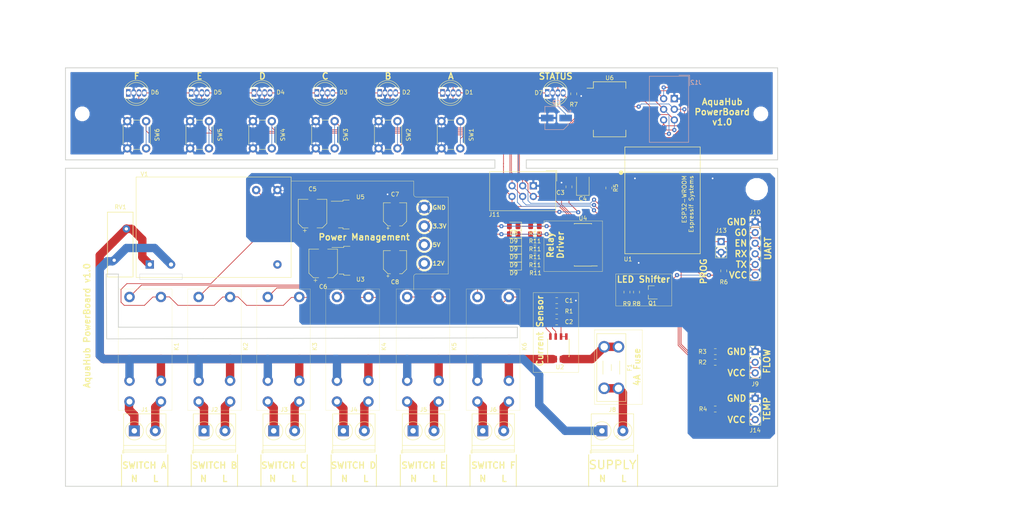
<source format=kicad_pcb>
(kicad_pcb (version 20171130) (host pcbnew "(5.0.0)")
  (layers (0 F.Cu signal) (31 B.Cu signal) (34 B.Paste user hide) (35 F.Paste user hide) (36 B.SilkS user) (37 F.SilkS user) (38 B.Mask user hide) (39 F.Mask user hide) (44 Edge.Cuts user))
  (net 0 "")
  (net 1 GND)
  (net 2 +5V)
  (net 3 "Net-(J9-Pad2)")
  (net 4 +3V3)
  (net 5 +12V)
  (net 6 /LIVE_IN)
  (net 7 "Net-(D1-Pad1)")
  (net 8 "Net-(D2-Pad1)")
  (net 9 "Net-(D3-Pad1)")
  (net 10 "Net-(D4-Pad1)")
  (net 11 "Net-(D5-Pad1)")
  (net 12 /Panel_LED)
  (net 13 /Panel_INT)
  (net 14 "Net-(SW1-Pad1)")
  (net 15 "Net-(SW2-Pad1)")
  (net 16 "Net-(SW3-Pad1)")
  (net 17 "Net-(SW4-Pad1)")
  (net 18 "Net-(SW5-Pad1)")
  (net 19 "Net-(SW6-Pad1)")
  (net 20 /Panel_SCL)
  (net 21 /Panel_SDA)
  (net 22 /POW2)
  (net 23 /POW1)
  (net 24 /POW6)
  (net 25 /POW5)
  (net 26 /POW4)
  (net 27 /POW3)
  (net 28 /Power_Sense)
  (net 29 /TX)
  (net 30 /RX)
  (net 31 /Flow_Sense)
  (net 32 /LIVE)
  (net 33 /NEUTRAL)
  (net 34 /LIVE1)
  (net 35 /NEUTRAL1)
  (net 36 /LIVE2)
  (net 37 /NEUTRAL2)
  (net 38 /LIVE3)
  (net 39 /NEUTRAL3)
  (net 40 /NEUTRAL4)
  (net 41 /LIVE4)
  (net 42 /LIVE5)
  (net 43 /NEUTRAL5)
  (net 44 /NEUTRAL6)
  (net 45 /LIVE6)
  (net 46 /RE1)
  (net 47 /RE2)
  (net 48 /RE3)
  (net 49 /RE4)
  (net 50 /RE5)
  (net 51 /RE6)
  (net 52 /Temp_Sense)
  (net 53 /UNFUSED_LIVE)
  (net 54 /EN)
  (net 55 /G0)
  (net 56 "Net-(D1-Pad4)")
  (net 57 "Net-(D7-Pad4)")
  (net 58 /Panel_LED_33)
  (net 59 "Net-(D8-Pad1)")
  (net 60 "Net-(D9-Pad1)")
  (module LED_SMD:LED_0805_2012Metric_Pad1.15x1.40mm_HandSolder (layer F.Cu) (at 145.17 100.965 180)
    (fp_text reference D9 (at 0 -1.65 180) (layer F.SilkS))
    (fp_text value Green)
    (pad 1 smd roundrect (at -1.025 0 180) (size 1.15 1.4) (layers F.Cu F.Paste F.Mask) (roundrect_rratio 0.217391) (net 60 "Net-(D9-Pad1)"))
    (pad 2 smd roundrect (at 1.025 0 180) (size 1.15 1.4) (layers F.Cu F.Paste F.Mask) (roundrect_rratio 0.217391) (net 5 +12V))
  )
  (module LED_SMD:LED_0805_2012Metric_Pad1.15x1.40mm_HandSolder (layer F.Cu) (at 145.17 99.06 180)
    (fp_text reference D9 (at 0 -1.65 180) (layer F.SilkS))
    (fp_text value Green)
    (pad 2 smd roundrect (at 1.025 0 180) (size 1.15 1.4) (layers F.Cu F.Paste F.Mask) (roundrect_rratio 0.217391) (net 5 +12V))
    (pad 1 smd roundrect (at -1.025 0 180) (size 1.15 1.4) (layers F.Cu F.Paste F.Mask) (roundrect_rratio 0.217391) (net 60 "Net-(D9-Pad1)"))
  )
  (module LED_SMD:LED_0805_2012Metric_Pad1.15x1.40mm_HandSolder (layer F.Cu) (at 145.17 97.155 180)
    (fp_text reference D9 (at 0 -1.65 180) (layer F.SilkS))
    (fp_text value Green)
    (pad 1 smd roundrect (at -1.025 0 180) (size 1.15 1.4) (layers F.Cu F.Paste F.Mask) (roundrect_rratio 0.217391) (net 60 "Net-(D9-Pad1)"))
    (pad 2 smd roundrect (at 1.025 0 180) (size 1.15 1.4) (layers F.Cu F.Paste F.Mask) (roundrect_rratio 0.217391) (net 5 +12V))
  )
  (module LED_SMD:LED_0805_2012Metric_Pad1.15x1.40mm_HandSolder (layer F.Cu) (at 145.17 95.25 180)
    (fp_text reference D9 (at 0 -1.65 180) (layer F.SilkS))
    (fp_text value Green)
    (pad 2 smd roundrect (at 1.025 0 180) (size 1.15 1.4) (layers F.Cu F.Paste F.Mask) (roundrect_rratio 0.217391) (net 5 +12V))
    (pad 1 smd roundrect (at -1.025 0 180) (size 1.15 1.4) (layers F.Cu F.Paste F.Mask) (roundrect_rratio 0.217391) (net 60 "Net-(D9-Pad1)"))
  )
  (module Resistor_SMD:R_0805_2012Metric_Pad1.15x1.40mm_HandSolder (layer F.Cu) (at 150.25 100.965 180)
    (fp_text reference R11 (at -0.118 -1.65 180) (layer F.SilkS))
    (fp_text value 680R)
    (pad 2 smd roundrect (at 1.025 0 180) (size 1.15 1.4) (layers F.Cu F.Paste F.Mask) (roundrect_rratio 0.217391) (net 60 "Net-(D9-Pad1)"))
    (pad 1 smd roundrect (at -1.025 0 180) (size 1.15 1.4) (layers F.Cu F.Paste F.Mask) (roundrect_rratio 0.217391) (net 47 /RE2))
  )
  (module Resistor_SMD:R_0805_2012Metric_Pad1.15x1.40mm_HandSolder (layer F.Cu) (at 150.25 99.06 180)
    (fp_text reference R11 (at 0 -1.65 180) (layer F.SilkS))
    (fp_text value 680R)
    (pad 1 smd roundrect (at -1.025 0 180) (size 1.15 1.4) (layers F.Cu F.Paste F.Mask) (roundrect_rratio 0.217391) (net 47 /RE2))
    (pad 2 smd roundrect (at 1.025 0 180) (size 1.15 1.4) (layers F.Cu F.Paste F.Mask) (roundrect_rratio 0.217391) (net 60 "Net-(D9-Pad1)"))
  )
  (module Resistor_SMD:R_0805_2012Metric_Pad1.15x1.40mm_HandSolder (layer F.Cu) (at 150.25 97.155 180)
    (fp_text reference R11 (at 0 -1.65 180) (layer F.SilkS))
    (fp_text value 680R)
    (pad 2 smd roundrect (at 1.025 0 180) (size 1.15 1.4) (layers F.Cu F.Paste F.Mask) (roundrect_rratio 0.217391) (net 60 "Net-(D9-Pad1)"))
    (pad 1 smd roundrect (at -1.025 0 180) (size 1.15 1.4) (layers F.Cu F.Paste F.Mask) (roundrect_rratio 0.217391) (net 47 /RE2))
  )
  (module Resistor_SMD:R_0805_2012Metric_Pad1.15x1.40mm_HandSolder (layer F.Cu) (at 150.25 95.25 180)
    (fp_text reference R11 (at 0 -1.65 180) (layer F.SilkS))
    (fp_text value 680R)
    (pad 1 smd roundrect (at -1.025 0 180) (size 1.15 1.4) (layers F.Cu F.Paste F.Mask) (roundrect_rratio 0.217391) (net 47 /RE2))
    (pad 2 smd roundrect (at 1.025 0 180) (size 1.15 1.4) (layers F.Cu F.Paste F.Mask) (roundrect_rratio 0.217391) (net 60 "Net-(D9-Pad1)"))
  )
  (module Converter_ACDC:Converter_ACDC_RECOM_RAC04-xxSGB_THT (layer F.Cu) (at 58.293 100.584)
    (fp_text reference V1 (at -1.27 -21.59 180) (layer F.SilkS))
    (fp_text value RAC04-12SGB)
    (pad 1 thru_hole rect (at 0 0 180) (size 2 2) (drill 1) (layers *.Cu *.Mask) (net 32 /LIVE))
    (pad 2 thru_hole circle (at 5.08 0 180) (size 2 2) (drill 1) (layers *.Cu *.Mask) (net 33 /NEUTRAL))
    (pad 4 thru_hole circle (at 30.48 -17.78 180) (size 2 2) (drill 1) (layers *.Cu *.Mask) (net 1 GND))
    (pad 3 thru_hole circle (at 30.48 0 180) (size 2 2) (drill 1) (layers *.Cu *.Mask))
    (pad 5 thru_hole circle (at 25.4 -17.78 180) (size 2 2) (drill 1) (layers *.Cu *.Mask) (net 5 +12V))
  )
  (module Button_Switch_THT:SW_PUSH_6mm_H13mm (layer F.Cu) (at 87.43 66.34 270)
    (fp_text reference SW4 (at 3.25 -2.635 270) (layer F.SilkS))
    (fp_text value SW_Push)
    (pad 1 thru_hole circle (at 6.5 0) (size 2 2) (drill 1.1) (layers *.Cu *.Mask) (net 17 "Net-(SW4-Pad1)"))
    (pad 2 thru_hole circle (at 6.5 4.5) (size 2 2) (drill 1.1) (layers *.Cu *.Mask) (net 1 GND))
    (pad 1 thru_hole circle (at 0 0) (size 2 2) (drill 1.1) (layers *.Cu *.Mask) (net 17 "Net-(SW4-Pad1)"))
    (pad 2 thru_hole circle (at 0 4.5) (size 2 2) (drill 1.1) (layers *.Cu *.Mask) (net 1 GND))
  )
  (module AquaFootprints:fujitsu-ftr1-a (layer F.Cu) (at 144.025 133.35 90)
    (fp_text reference K6 (at 13.15 3.7 90) (layer F.SilkS))
    (fp_text value FTR-F1AA012V)
    (pad 8 thru_hole circle (at 0 -7.5 90) (size 2.5 2.5) (drill 1.4) (layers *.Cu *.Mask) (net 44 /NEUTRAL6))
    (pad 7 thru_hole circle (at 5 -7.5 90) (size 2.5 2.5) (drill 1.4) (layers *.Cu *.Mask) (net 33 /NEUTRAL))
    (pad 5 thru_hole circle (at 25 -7.5 90) (size 2.5 2.5) (drill 1.4) (layers *.Cu *.Mask) (net 51 /RE6))
    (pad 4 thru_hole circle (at 25 0 90) (size 2.5 2.5) (drill 1.4) (layers *.Cu *.Mask) (net 5 +12V))
    (pad 2 thru_hole circle (at 5 0 90) (size 2.5 2.5) (drill 1.4) (layers *.Cu *.Mask) (net 32 /LIVE))
    (pad 1 thru_hole circle (at 0 0 90) (size 2.5 2.5) (drill 1.4) (layers *.Cu *.Mask) (net 45 /LIVE6))
  )
  (module AquaFootprints:fujitsu-ftr1-a (layer F.Cu) (at 110.49 133.35 90)
    (fp_text reference K4 (at 13.15 3.7 90) (layer F.SilkS))
    (fp_text value FTR-F1AA012V)
    (pad 8 thru_hole circle (at 0 -7.5 90) (size 2.5 2.5) (drill 1.4) (layers *.Cu *.Mask) (net 40 /NEUTRAL4))
    (pad 7 thru_hole circle (at 5 -7.5 90) (size 2.5 2.5) (drill 1.4) (layers *.Cu *.Mask) (net 33 /NEUTRAL))
    (pad 5 thru_hole circle (at 25 -7.5 90) (size 2.5 2.5) (drill 1.4) (layers *.Cu *.Mask) (net 49 /RE4))
    (pad 4 thru_hole circle (at 25 0 90) (size 2.5 2.5) (drill 1.4) (layers *.Cu *.Mask) (net 5 +12V))
    (pad 2 thru_hole circle (at 5 0 90) (size 2.5 2.5) (drill 1.4) (layers *.Cu *.Mask) (net 32 /LIVE))
    (pad 1 thru_hole circle (at 0 0 90) (size 2.5 2.5) (drill 1.4) (layers *.Cu *.Mask) (net 41 /LIVE4))
  )
  (module AquaFootprints:fujitsu-ftr1-a (layer F.Cu) (at 93.98 133.35 90)
    (fp_text reference K3 (at 13.15 3.7 90) (layer F.SilkS))
    (fp_text value FTR-F1AA012V)
    (pad 8 thru_hole circle (at 0 -7.5 90) (size 2.5 2.5) (drill 1.4) (layers *.Cu *.Mask) (net 39 /NEUTRAL3))
    (pad 7 thru_hole circle (at 5 -7.5 90) (size 2.5 2.5) (drill 1.4) (layers *.Cu *.Mask) (net 33 /NEUTRAL))
    (pad 5 thru_hole circle (at 25 -7.5 90) (size 2.5 2.5) (drill 1.4) (layers *.Cu *.Mask) (net 48 /RE3))
    (pad 4 thru_hole circle (at 25 0 90) (size 2.5 2.5) (drill 1.4) (layers *.Cu *.Mask) (net 5 +12V))
    (pad 2 thru_hole circle (at 5 0 90) (size 2.5 2.5) (drill 1.4) (layers *.Cu *.Mask) (net 32 /LIVE))
    (pad 1 thru_hole circle (at 0 0 90) (size 2.5 2.5) (drill 1.4) (layers *.Cu *.Mask) (net 38 /LIVE3))
  )
  (module Connector_PinHeader_2.54mm:PinHeader_1x02_P2.54mm_Vertical (layer F.Cu) (at 194.691 95.123)
    (fp_text reference J13 (at 0 -2.667 -180) (layer F.SilkS))
    (fp_text value PinHeader2)
    (pad 2 thru_hole oval (at 0 2.54) (size 1.7 1.7) (drill 1) (layers *.Cu *.Mask) (net 1 GND))
    (pad 1 thru_hole rect (at 0 0) (size 1.7 1.7) (drill 1) (layers *.Cu *.Mask) (net 55 /G0))
  )
  (module LED_THT:LED_D5.0mm-4_RGB (layer F.Cu) (at 128.18 59.59)
    (fp_text reference D1 (at 6.35 -0.15) (layer F.SilkS))
    (fp_text value WS2811)
    (pad 4 thru_hole oval (at 3.81 0) (size 1.07 1.8) (drill 0.9) (layers *.Cu *.Mask) (net 56 "Net-(D1-Pad4)"))
    (pad 3 thru_hole oval (at 2.54 0) (size 1.07 1.8) (drill 0.9) (layers *.Cu *.Mask) (net 2 +5V))
    (pad 2 thru_hole oval (at 1.27 0) (size 1.07 1.8) (drill 0.9) (layers *.Cu *.Mask) (net 1 GND))
    (pad 1 thru_hole rect (at 0 0) (size 1.07 1.8) (drill 0.9) (layers *.Cu *.Mask) (net 7 "Net-(D1-Pad1)"))
  )
  (module Connector_IDC:IDC-Header_2x03_P2.54mm_Vertical (layer F.Cu) (at 149.86 81.788 270)
    (fp_text reference J11 (at 6.858 9.271) (layer F.SilkS))
    (fp_text value IDC_2x3)
    (pad 6 thru_hole oval (at 2.54 5.08 270) (size 1.7272 1.7272) (drill 1.016) (layers *.Cu *.Mask) (net 2 +5V))
    (pad 5 thru_hole oval (at 0 5.08 270) (size 1.7272 1.7272) (drill 1.016) (layers *.Cu *.Mask) (net 20 /Panel_SCL))
    (pad 4 thru_hole oval (at 2.54 2.54 270) (size 1.7272 1.7272) (drill 1.016) (layers *.Cu *.Mask) (net 21 /Panel_SDA))
    (pad 3 thru_hole oval (at 0 2.54 270) (size 1.7272 1.7272) (drill 1.016) (layers *.Cu *.Mask) (net 13 /Panel_INT))
    (pad 2 thru_hole oval (at 2.54 0 270) (size 1.7272 1.7272) (drill 1.016) (layers *.Cu *.Mask) (net 12 /Panel_LED))
    (pad 1 thru_hole rect (at 0 0 270) (size 1.7272 1.7272) (drill 1.016) (layers *.Cu *.Mask) (net 1 GND))
  )
  (module Capacitor_SMD:CP_Elec_5x5.4 (layer F.Cu) (at 116.84 88.605 90)
    (fp_text reference C7 (at 4.785 0 180) (layer F.SilkS))
    (fp_text value 4.7uF)
    (pad 2 smd rect (at 2.2 0 90) (size 3 1.6) (layers F.Cu F.Paste F.Mask) (net 1 GND))
    (pad 1 smd rect (at -2.2 0 90) (size 3 1.6) (layers F.Cu F.Paste F.Mask) (net 2 +5V))
  )
  (module Capacitor_Tantalum_SMD:CP_EIA-3528-21_Kemet-B_Pad1.50x2.35mm_HandSolder (layer F.Cu) (at 161.671 81.433 90)
    (fp_text reference C4 (at -3.455 0 180) (layer F.SilkS))
    (fp_text value 100uF)
    (pad 2 smd roundrect (at 1.625 0 90) (size 1.5 2.35) (layers F.Cu F.Paste F.Mask) (roundrect_rratio 0.166667) (net 1 GND))
    (pad 1 smd roundrect (at -1.625 0 90) (size 1.5 2.35) (layers F.Cu F.Paste F.Mask) (roundrect_rratio 0.166667) (net 4 +3V3))
  )
  (module Varistor:RV_Disc_D15.5mm_W6.1mm_P7.5mm (layer F.Cu) (at 52.705 92.075 270)
    (fp_text reference RV1 (at -5.207 1.397) (layer F.SilkS))
    (fp_text value S14MOV)
    (pad 2 thru_hole circle (at 7.5 2.9 270) (size 1.8 1.8) (drill 0.8) (layers *.Cu *.Mask) (net 33 /NEUTRAL))
    (pad 1 thru_hole circle (at 0 0 270) (size 1.8 1.8) (drill 0.8) (layers *.Cu *.Mask) (net 32 /LIVE))
  )
  (module Package_TO_SOT_SMD:TO-252-3_TabPin2 (layer F.Cu) (at 107.07 99.695)
    (fp_text reference U3 (at 1.515 4.445) (layer F.SilkS))
    (fp_text value NCP1117DT33G)
    (pad 2 smd rect (at 2.1 0) (size 6.4 5.8) (layers F.Cu F.Mask) (net 4 +3V3))
    (pad 3 smd rect (at -4.2 2.28) (size 2.2 1.2) (layers F.Cu F.Paste F.Mask) (net 5 +12V))
    (pad 2 smd rect (at -4.2 0) (size 2.2 1.2) (layers F.Cu F.Paste F.Mask) (net 4 +3V3))
    (pad 1 smd rect (at -4.2 -2.28) (size 2.2 1.2) (layers F.Cu F.Paste F.Mask) (net 1 GND))
  )
  (module Connector_IDC:IDC-Header_2x03_P2.54mm_Vertical (layer B.Cu) (at 183.515 60.96 180)
    (fp_text reference J12 (at -5.165 3.87 180) (layer B.SilkS) (effects (justify mirror)))
    (fp_text value IDC_2x3)
    (pad 6 thru_hole oval (at 2.54 -5.08 180) (size 1.7272 1.7272) (drill 1.016) (layers *.Cu *.Mask) (net 2 +5V))
    (pad 5 thru_hole oval (at 0 -5.08 180) (size 1.7272 1.7272) (drill 1.016) (layers *.Cu *.Mask) (net 20 /Panel_SCL))
    (pad 4 thru_hole oval (at 2.54 -2.54 180) (size 1.7272 1.7272) (drill 1.016) (layers *.Cu *.Mask) (net 21 /Panel_SDA))
    (pad 3 thru_hole oval (at 0 -2.54 180) (size 1.7272 1.7272) (drill 1.016) (layers *.Cu *.Mask) (net 13 /Panel_INT))
    (pad 2 thru_hole oval (at 2.54 0 180) (size 1.7272 1.7272) (drill 1.016) (layers *.Cu *.Mask) (net 12 /Panel_LED))
    (pad 1 thru_hole rect (at 0 0 180) (size 1.7272 1.7272) (drill 1.016) (layers *.Cu *.Mask) (net 1 GND))
  )
  (module Package_SO:SOIC-16W_7.5x12.8mm_P1.27mm (layer F.Cu) (at 168.07 63.5)
    (fp_text reference U6 (at 0 -7.5) (layer F.SilkS))
    (fp_text value TCA9534)
    (pad 16 smd rect (at 4.65 -4.445) (size 1.5 0.6) (layers F.Cu F.Paste F.Mask) (net 2 +5V))
    (pad 15 smd rect (at 4.65 -3.175) (size 1.5 0.6) (layers F.Cu F.Paste F.Mask) (net 21 /Panel_SDA))
    (pad 14 smd rect (at 4.65 -1.905) (size 1.5 0.6) (layers F.Cu F.Paste F.Mask) (net 20 /Panel_SCL))
    (pad 13 smd rect (at 4.65 -0.635) (size 1.5 0.6) (layers F.Cu F.Paste F.Mask) (net 13 /Panel_INT))
    (pad 12 smd rect (at 4.65 0.635) (size 1.5 0.6) (layers F.Cu F.Paste F.Mask))
    (pad 11 smd rect (at 4.65 1.905) (size 1.5 0.6) (layers F.Cu F.Paste F.Mask))
    (pad 10 smd rect (at 4.65 3.175) (size 1.5 0.6) (layers F.Cu F.Paste F.Mask) (net 15 "Net-(SW2-Pad1)"))
    (pad 9 smd rect (at 4.65 4.445) (size 1.5 0.6) (layers F.Cu F.Paste F.Mask) (net 14 "Net-(SW1-Pad1)"))
    (pad 8 smd rect (at -4.65 4.445) (size 1.5 0.6) (layers F.Cu F.Paste F.Mask) (net 1 GND))
    (pad 7 smd rect (at -4.65 3.175) (size 1.5 0.6) (layers F.Cu F.Paste F.Mask) (net 19 "Net-(SW6-Pad1)"))
    (pad 6 smd rect (at -4.65 1.905) (size 1.5 0.6) (layers F.Cu F.Paste F.Mask) (net 18 "Net-(SW5-Pad1)"))
    (pad 5 smd rect (at -4.65 0.635) (size 1.5 0.6) (layers F.Cu F.Paste F.Mask) (net 17 "Net-(SW4-Pad1)"))
    (pad 4 smd rect (at -4.65 -0.635) (size 1.5 0.6) (layers F.Cu F.Paste F.Mask) (net 16 "Net-(SW3-Pad1)"))
    (pad 3 smd rect (at -4.65 -1.905) (size 1.5 0.6) (layers F.Cu F.Paste F.Mask) (net 1 GND))
    (pad 2 smd rect (at -4.65 -3.175) (size 1.5 0.6) (layers F.Cu F.Paste F.Mask) (net 1 GND))
    (pad 1 smd rect (at -4.65 -4.445) (size 1.5 0.6) (layers F.Cu F.Paste F.Mask) (net 1 GND))
  )
  (module Resistor_SMD:R_0805_2012Metric_Pad1.15x1.40mm_HandSolder (layer F.Cu) (at 193.303 121.412 180)
    (fp_text reference R3 (at 3.057 0) (layer F.SilkS))
    (fp_text value 3.3K)
    (pad 2 smd roundrect (at 1.025 0 180) (size 1.15 1.4) (layers F.Cu F.Paste F.Mask) (roundrect_rratio 0.217391) (net 31 /Flow_Sense))
    (pad 1 smd roundrect (at -1.025 0 180) (size 1.15 1.4) (layers F.Cu F.Paste F.Mask) (roundrect_rratio 0.217391) (net 1 GND))
  )
  (module Button_Switch_THT:SW_PUSH_6mm_H13mm (layer F.Cu) (at 132.43 66.34 270)
    (fp_text reference SW1 (at 3.25 -2.635 270) (layer F.SilkS))
    (fp_text value SW_Push)
    (pad 1 thru_hole circle (at 6.5 0) (size 2 2) (drill 1.1) (layers *.Cu *.Mask) (net 14 "Net-(SW1-Pad1)"))
    (pad 2 thru_hole circle (at 6.5 4.5) (size 2 2) (drill 1.1) (layers *.Cu *.Mask) (net 1 GND))
    (pad 1 thru_hole circle (at 0 0) (size 2 2) (drill 1.1) (layers *.Cu *.Mask) (net 14 "Net-(SW1-Pad1)"))
    (pad 2 thru_hole circle (at 0 4.5) (size 2 2) (drill 1.1) (layers *.Cu *.Mask) (net 1 GND))
  )
  (module Button_Switch_THT:SW_PUSH_6mm_H13mm (layer F.Cu) (at 72.43 66.34 270)
    (fp_text reference SW5 (at 3.25 -2.635 270) (layer F.SilkS))
    (fp_text value SW_Push)
    (pad 1 thru_hole circle (at 6.5 0) (size 2 2) (drill 1.1) (layers *.Cu *.Mask) (net 18 "Net-(SW5-Pad1)"))
    (pad 2 thru_hole circle (at 6.5 4.5) (size 2 2) (drill 1.1) (layers *.Cu *.Mask) (net 1 GND))
    (pad 1 thru_hole circle (at 0 0) (size 2 2) (drill 1.1) (layers *.Cu *.Mask) (net 18 "Net-(SW5-Pad1)"))
    (pad 2 thru_hole circle (at 0 4.5) (size 2 2) (drill 1.1) (layers *.Cu *.Mask) (net 1 GND))
  )
  (module Connector_PinHeader_2.54mm:PinHeader_1x03_P2.54mm_Vertical (layer F.Cu) (at 202.819 121.412)
    (fp_text reference J9 (at 0 7.747 180) (layer F.SilkS))
    (fp_text value PinHeader3)
    (pad 3 thru_hole oval (at 0 5.08) (size 1.7 1.7) (drill 1) (layers *.Cu *.Mask) (net 2 +5V))
    (pad 2 thru_hole oval (at 0 2.54) (size 1.7 1.7) (drill 1) (layers *.Cu *.Mask) (net 3 "Net-(J9-Pad2)"))
    (pad 1 thru_hole rect (at 0 0) (size 1.7 1.7) (drill 1) (layers *.Cu *.Mask) (net 1 GND))
  )
  (module Package_SO:SOIC-8_3.9x4.9mm_P1.27mm (layer F.Cu) (at 155.837979 120.509195 90)
    (fp_text reference U2 (at -4.585805 0.372021 180) (layer F.SilkS))
    (fp_text value MLX91210KDC-CAS-102-SP)
    (pad 8 smd rect (at 2.7 -1.905 90) (size 1.55 0.6) (layers F.Cu F.Paste F.Mask) (net 2 +5V))
    (pad 7 smd rect (at 2.7 -0.635 90) (size 1.55 0.6) (layers F.Cu F.Paste F.Mask) (net 28 /Power_Sense))
    (pad 6 smd rect (at 2.7 0.635 90) (size 1.55 0.6) (layers F.Cu F.Paste F.Mask) (net 1 GND))
    (pad 5 smd rect (at 2.7 1.905 90) (size 1.55 0.6) (layers F.Cu F.Paste F.Mask) (net 1 GND))
    (pad 4 smd rect (at -2.7 1.905 90) (size 1.55 0.6) (layers F.Cu F.Paste F.Mask) (net 6 /LIVE_IN))
    (pad 3 smd rect (at -2.7 0.635 90) (size 1.55 0.6) (layers F.Cu F.Paste F.Mask) (net 6 /LIVE_IN))
    (pad 2 smd rect (at -2.7 -0.635 90) (size 1.55 0.6) (layers F.Cu F.Paste F.Mask) (net 32 /LIVE))
    (pad 1 smd rect (at -2.7 -1.905 90) (size 1.55 0.6) (layers F.Cu F.Paste F.Mask) (net 32 /LIVE))
  )
  (module MountingHole:MountingHole_4.3mm_M4 (layer F.Cu) (at 43.18 82.59)
    (fp_text reference MH1 hide)
    (fp_text value MountingHole hide)
    (pad 1 np_thru_hole circle (at 0 0) (size 4.3 4.3) (drill 4.3) (layers *.Cu *.Mask))
  )
  (module MountingHole:MountingHole_4.3mm_M4 (layer F.Cu) (at 43.18 148.59)
    (fp_text reference MH2 hide)
    (fp_text value MountingHole hide)
    (pad 1 np_thru_hole circle (at 0 0) (size 4.3 4.3) (drill 4.3) (layers *.Cu *.Mask))
  )
  (module MountingHole:MountingHole_4.3mm_M4 (layer F.Cu) (at 203.2 82.59)
    (fp_text reference MH3 hide)
    (fp_text value MountingHole hide)
    (pad 1 np_thru_hole circle (at 0 0) (size 4.3 4.3) (drill 4.3) (layers *.Cu *.Mask))
  )
  (module MountingHole:MountingHole_4.3mm_M4 (layer F.Cu) (at 203.2 148.59)
    (fp_text reference MH4 hide)
    (fp_text value MountingHole hide)
    (pad 1 np_thru_hole circle (at 0 0) (size 4.3 4.3) (drill 4.3) (layers *.Cu *.Mask))
  )
  (module Package_SO:SOIC-16_3.9x9.9mm_P1.27mm (layer F.Cu) (at 161.704 95.885 180)
    (fp_text reference U4 (at 0 6.35 180) (layer F.SilkS))
    (fp_text value TPL7407LA)
    (pad 16 smd rect (at 2.7 -4.445 180) (size 1.5 0.6) (layers F.Cu F.Paste F.Mask) (net 51 /RE6))
    (pad 15 smd rect (at 2.7 -3.175 180) (size 1.5 0.6) (layers F.Cu F.Paste F.Mask) (net 50 /RE5))
    (pad 14 smd rect (at 2.7 -1.905 180) (size 1.5 0.6) (layers F.Cu F.Paste F.Mask) (net 49 /RE4))
    (pad 13 smd rect (at 2.7 -0.635 180) (size 1.5 0.6) (layers F.Cu F.Paste F.Mask) (net 48 /RE3))
    (pad 12 smd rect (at 2.7 0.635 180) (size 1.5 0.6) (layers F.Cu F.Paste F.Mask) (net 47 /RE2))
    (pad 11 smd rect (at 2.7 1.905 180) (size 1.5 0.6) (layers F.Cu F.Paste F.Mask) (net 46 /RE1))
    (pad 10 smd rect (at 2.7 3.175 180) (size 1.5 0.6) (layers F.Cu F.Paste F.Mask))
    (pad 9 smd rect (at 2.7 4.445 180) (size 1.5 0.6) (layers F.Cu F.Paste F.Mask) (net 5 +12V))
    (pad 8 smd rect (at -2.7 4.445 180) (size 1.5 0.6) (layers F.Cu F.Paste F.Mask) (net 1 GND))
    (pad 7 smd rect (at -2.7 3.175 180) (size 1.5 0.6) (layers F.Cu F.Paste F.Mask))
    (pad 6 smd rect (at -2.7 1.905 180) (size 1.5 0.6) (layers F.Cu F.Paste F.Mask) (net 23 /POW1))
    (pad 5 smd rect (at -2.7 0.635 180) (size 1.5 0.6) (layers F.Cu F.Paste F.Mask) (net 22 /POW2))
    (pad 4 smd rect (at -2.7 -0.635 180) (size 1.5 0.6) (layers F.Cu F.Paste F.Mask) (net 27 /POW3))
    (pad 3 smd rect (at -2.7 -1.905 180) (size 1.5 0.6) (layers F.Cu F.Paste F.Mask) (net 26 /POW4))
    (pad 2 smd rect (at -2.7 -3.175 180) (size 1.5 0.6) (layers F.Cu F.Paste F.Mask) (net 25 /POW5))
    (pad 1 smd rect (at -2.7 -4.445 180) (size 1.5 0.6) (layers F.Cu F.Paste F.Mask) (net 24 /POW6))
  )
  (module Capacitor_SMD:C_0805_2012Metric_Pad1.15x1.40mm_HandSolder (layer F.Cu) (at 158.369 82.033 90)
    (fp_text reference C3 (at -1.388 -2.032 180) (layer F.SilkS))
    (fp_text value 10uF)
    (pad 2 smd roundrect (at 1.025 0 90) (size 1.15 1.4) (layers F.Cu F.Paste F.Mask) (roundrect_rratio 0.217391) (net 1 GND))
    (pad 1 smd roundrect (at -1.025 0 90) (size 1.15 1.4) (layers F.Cu F.Paste F.Mask) (roundrect_rratio 0.217391) (net 4 +3V3))
  )
  (module Capacitor_SMD:C_0805_2012Metric_Pad1.15x1.40mm_HandSolder (layer F.Cu) (at 155.439 109.22 180)
    (fp_text reference C1 (at -2.93 0 180) (layer F.SilkS))
    (fp_text value 100nF)
    (pad 2 smd roundrect (at 1.025 0 180) (size 1.15 1.4) (layers F.Cu F.Paste F.Mask) (roundrect_rratio 0.217391) (net 2 +5V))
    (pad 1 smd roundrect (at -1.025 0 180) (size 1.15 1.4) (layers F.Cu F.Paste F.Mask) (roundrect_rratio 0.217391) (net 1 GND))
  )
  (module Capacitor_SMD:C_0805_2012Metric_Pad1.15x1.40mm_HandSolder (layer F.Cu) (at 155.439 114.3)
    (fp_text reference C2 (at 2.93 0) (layer F.SilkS))
    (fp_text value 10nF)
    (pad 2 smd roundrect (at 1.025 0) (size 1.15 1.4) (layers F.Cu F.Paste F.Mask) (roundrect_rratio 0.217391) (net 1 GND))
    (pad 1 smd roundrect (at -1.025 0) (size 1.15 1.4) (layers F.Cu F.Paste F.Mask) (roundrect_rratio 0.217391) (net 28 /Power_Sense))
  )
  (module Resistor_SMD:R_0805_2012Metric_Pad1.15x1.40mm_HandSolder (layer F.Cu) (at 155.439 111.76)
    (fp_text reference R1 (at 2.93 0) (layer F.SilkS))
    (fp_text value 10k)
    (pad 2 smd roundrect (at 1.025 0) (size 1.15 1.4) (layers F.Cu F.Paste F.Mask) (roundrect_rratio 0.217391) (net 1 GND))
    (pad 1 smd roundrect (at -1.025 0) (size 1.15 1.4) (layers F.Cu F.Paste F.Mask) (roundrect_rratio 0.217391) (net 28 /Power_Sense))
  )
  (module Resistor_SMD:R_0805_2012Metric_Pad1.15x1.40mm_HandSolder (layer F.Cu) (at 193.285 123.952)
    (fp_text reference R2 (at -3.039 0) (layer F.SilkS))
    (fp_text value 2.2K)
    (pad 2 smd roundrect (at 1.025 0) (size 1.15 1.4) (layers F.Cu F.Paste F.Mask) (roundrect_rratio 0.217391) (net 3 "Net-(J9-Pad2)"))
    (pad 1 smd roundrect (at -1.025 0) (size 1.15 1.4) (layers F.Cu F.Paste F.Mask) (roundrect_rratio 0.217391) (net 31 /Flow_Sense))
  )
  (module LED_THT:LED_D5.0mm-4_RGB (layer F.Cu) (at 113.18 59.59)
    (fp_text reference D2 (at 6.35 -0.15) (layer F.SilkS))
    (fp_text value WS2811)
    (pad 4 thru_hole oval (at 3.81 0) (size 1.07 1.8) (drill 0.9) (layers *.Cu *.Mask) (net 7 "Net-(D1-Pad1)"))
    (pad 3 thru_hole oval (at 2.54 0) (size 1.07 1.8) (drill 0.9) (layers *.Cu *.Mask) (net 2 +5V))
    (pad 2 thru_hole oval (at 1.27 0) (size 1.07 1.8) (drill 0.9) (layers *.Cu *.Mask) (net 1 GND))
    (pad 1 thru_hole rect (at 0 0) (size 1.07 1.8) (drill 0.9) (layers *.Cu *.Mask) (net 8 "Net-(D2-Pad1)"))
  )
  (module LED_THT:LED_D5.0mm-4_RGB (layer F.Cu) (at 98.18 59.59)
    (fp_text reference D3 (at 6.35 -0.15) (layer F.SilkS))
    (fp_text value WS2811)
    (pad 4 thru_hole oval (at 3.81 0) (size 1.07 1.8) (drill 0.9) (layers *.Cu *.Mask) (net 8 "Net-(D2-Pad1)"))
    (pad 3 thru_hole oval (at 2.54 0) (size 1.07 1.8) (drill 0.9) (layers *.Cu *.Mask) (net 2 +5V))
    (pad 2 thru_hole oval (at 1.27 0) (size 1.07 1.8) (drill 0.9) (layers *.Cu *.Mask) (net 1 GND))
    (pad 1 thru_hole rect (at 0 0) (size 1.07 1.8) (drill 0.9) (layers *.Cu *.Mask) (net 9 "Net-(D3-Pad1)"))
  )
  (module LED_THT:LED_D5.0mm-4_RGB (layer F.Cu) (at 83.18 59.59)
    (fp_text reference D4 (at 6.35 -0.15) (layer F.SilkS))
    (fp_text value WS2811)
    (pad 4 thru_hole oval (at 3.81 0) (size 1.07 1.8) (drill 0.9) (layers *.Cu *.Mask) (net 9 "Net-(D3-Pad1)"))
    (pad 3 thru_hole oval (at 2.54 0) (size 1.07 1.8) (drill 0.9) (layers *.Cu *.Mask) (net 2 +5V))
    (pad 2 thru_hole oval (at 1.27 0) (size 1.07 1.8) (drill 0.9) (layers *.Cu *.Mask) (net 1 GND))
    (pad 1 thru_hole rect (at 0 0) (size 1.07 1.8) (drill 0.9) (layers *.Cu *.Mask) (net 10 "Net-(D4-Pad1)"))
  )
  (module LED_THT:LED_D5.0mm-4_RGB (layer F.Cu) (at 68.18 59.59)
    (fp_text reference D5 (at 6.35 -0.15) (layer F.SilkS))
    (fp_text value WS2811)
    (pad 4 thru_hole oval (at 3.81 0) (size 1.07 1.8) (drill 0.9) (layers *.Cu *.Mask) (net 10 "Net-(D4-Pad1)"))
    (pad 3 thru_hole oval (at 2.54 0) (size 1.07 1.8) (drill 0.9) (layers *.Cu *.Mask) (net 2 +5V))
    (pad 2 thru_hole oval (at 1.27 0) (size 1.07 1.8) (drill 0.9) (layers *.Cu *.Mask) (net 1 GND))
    (pad 1 thru_hole rect (at 0 0) (size 1.07 1.8) (drill 0.9) (layers *.Cu *.Mask) (net 11 "Net-(D5-Pad1)"))
  )
  (module LED_THT:LED_D5.0mm-4_RGB (layer F.Cu) (at 53.18 59.59)
    (fp_text reference D6 (at 6.35 -0.15) (layer F.SilkS))
    (fp_text value WS2811)
    (pad 4 thru_hole oval (at 3.81 0) (size 1.07 1.8) (drill 0.9) (layers *.Cu *.Mask) (net 11 "Net-(D5-Pad1)"))
    (pad 3 thru_hole oval (at 2.54 0) (size 1.07 1.8) (drill 0.9) (layers *.Cu *.Mask) (net 2 +5V))
    (pad 2 thru_hole oval (at 1.27 0) (size 1.07 1.8) (drill 0.9) (layers *.Cu *.Mask) (net 1 GND))
    (pad 1 thru_hole rect (at 0 0) (size 1.07 1.8) (drill 0.9) (layers *.Cu *.Mask))
  )
  (module MountingHole:MountingHole_2.5mm (layer F.Cu) (at 204.18 64.59 180)
    (fp_text reference MH5 hide)
    (fp_text value MountingHole)
    (pad 1 np_thru_hole circle (at 0 0 180) (size 2.5 2.5) (drill 2.5) (layers *.Cu *.Mask))
  )
  (module MountingHole:MountingHole_2.5mm (layer F.Cu) (at 42.18 64.59 180)
    (fp_text reference MH6 hide)
    (fp_text value MountingHole)
    (pad 1 np_thru_hole circle (at 0 0 180) (size 2.5 2.5) (drill 2.5) (layers *.Cu *.Mask))
  )
  (module Button_Switch_THT:SW_PUSH_6mm_H13mm (layer F.Cu) (at 117.43 66.34 270)
    (fp_text reference SW2 (at 3.25 -2.635 270) (layer F.SilkS))
    (fp_text value SW_Push)
    (pad 1 thru_hole circle (at 6.5 0) (size 2 2) (drill 1.1) (layers *.Cu *.Mask) (net 15 "Net-(SW2-Pad1)"))
    (pad 2 thru_hole circle (at 6.5 4.5) (size 2 2) (drill 1.1) (layers *.Cu *.Mask) (net 1 GND))
    (pad 1 thru_hole circle (at 0 0) (size 2 2) (drill 1.1) (layers *.Cu *.Mask) (net 15 "Net-(SW2-Pad1)"))
    (pad 2 thru_hole circle (at 0 4.5) (size 2 2) (drill 1.1) (layers *.Cu *.Mask) (net 1 GND))
  )
  (module Button_Switch_THT:SW_PUSH_6mm_H13mm (layer F.Cu) (at 102.43 66.34 270)
    (fp_text reference SW3 (at 3.25 -2.635 270) (layer F.SilkS))
    (fp_text value SW_Push)
    (pad 1 thru_hole circle (at 6.5 0) (size 2 2) (drill 1.1) (layers *.Cu *.Mask) (net 16 "Net-(SW3-Pad1)"))
    (pad 2 thru_hole circle (at 6.5 4.5) (size 2 2) (drill 1.1) (layers *.Cu *.Mask) (net 1 GND))
    (pad 1 thru_hole circle (at 0 0) (size 2 2) (drill 1.1) (layers *.Cu *.Mask) (net 16 "Net-(SW3-Pad1)"))
    (pad 2 thru_hole circle (at 0 4.5) (size 2 2) (drill 1.1) (layers *.Cu *.Mask) (net 1 GND))
  )
  (module Button_Switch_THT:SW_PUSH_6mm_H13mm (layer F.Cu) (at 57.43 66.34 270)
    (fp_text reference SW6 (at 3.25 -2.635 270) (layer F.SilkS))
    (fp_text value SW_Push)
    (pad 1 thru_hole circle (at 6.5 0) (size 2 2) (drill 1.1) (layers *.Cu *.Mask) (net 19 "Net-(SW6-Pad1)"))
    (pad 2 thru_hole circle (at 6.5 4.5) (size 2 2) (drill 1.1) (layers *.Cu *.Mask) (net 1 GND))
    (pad 1 thru_hole circle (at 0 0) (size 2 2) (drill 1.1) (layers *.Cu *.Mask) (net 19 "Net-(SW6-Pad1)"))
    (pad 2 thru_hole circle (at 0 4.5) (size 2 2) (drill 1.1) (layers *.Cu *.Mask) (net 1 GND))
  )
  (module "AquaFootprints:Breakaway 1mm" (layer F.Cu) (at 147.32 76.59 180)
    (fp_text reference MH7 hide)
    (fp_text value MountingHole hide)
    (pad "" np_thru_hole circle (at 0 0 180) (size 1 1) (drill 1) (layers *.Cu *.Mask))
  )
  (module "AquaFootprints:Breakaway 1mm" (layer F.Cu) (at 145.415 76.59 180)
    (fp_text reference MH8 hide)
    (fp_text value MountingHole hide)
    (pad "" np_thru_hole circle (at 0 0 180) (size 1 1) (drill 1) (layers *.Cu *.Mask))
  )
  (module "AquaFootprints:Breakaway 1mm" (layer F.Cu) (at 143.51 76.59 180)
    (fp_text reference MH9 hide)
    (fp_text value MountingHole hide)
    (pad "" np_thru_hole circle (at 0 0 180) (size 1 1) (drill 1) (layers *.Cu *.Mask))
  )
  (module "AquaFootprints:Breakaway 1mm" (layer F.Cu) (at 141.605 76.59 180)
    (fp_text reference MH10 hide)
    (fp_text value MountingHole hide)
    (pad "" np_thru_hole circle (at 0 0 180) (size 1 1) (drill 1) (layers *.Cu *.Mask))
  )
  (module Capacitor_SMD:CP_Elec_6.3x5.4_Nichicon (layer F.Cu) (at 97.155 88.425 90)
    (fp_text reference C5 (at 5.875 0 180) (layer F.SilkS))
    (fp_text value 10uF)
    (pad 2 smd rect (at 2.7 0 90) (size 3.5 1.6) (layers F.Cu F.Paste F.Mask) (net 1 GND))
    (pad 1 smd rect (at -2.7 0 90) (size 3.5 1.6) (layers F.Cu F.Paste F.Mask) (net 5 +12V))
  )
  (module Capacitor_SMD:CP_Elec_6.3x5.4_Nichicon (layer F.Cu) (at 99.695 100.33 90)
    (fp_text reference C6 (at -5.555 0 180) (layer F.SilkS))
    (fp_text value 10uF)
    (pad 2 smd rect (at 2.7 0 90) (size 3.5 1.6) (layers F.Cu F.Paste F.Mask) (net 1 GND))
    (pad 1 smd rect (at -2.7 0 90) (size 3.5 1.6) (layers F.Cu F.Paste F.Mask) (net 5 +12V))
  )
  (module Capacitor_SMD:CP_Elec_5x5.4 (layer F.Cu) (at 116.84 100.035 90)
    (fp_text reference C8 (at -4.74 0) (layer F.SilkS))
    (fp_text value 4.7uF)
    (pad 2 smd rect (at 2.2 0 90) (size 3 1.6) (layers F.Cu F.Paste F.Mask) (net 1 GND))
    (pad 1 smd rect (at -2.2 0 90) (size 3 1.6) (layers F.Cu F.Paste F.Mask) (net 4 +3V3))
  )
  (module Package_TO_SOT_SMD:TO-252-3_TabPin2 (layer F.Cu) (at 106.89 88.645)
    (fp_text reference U5 (at 1.695 -4.19) (layer F.SilkS))
    (fp_text value NCP1117DT50G)
    (pad 2 smd rect (at 2.1 0) (size 6.4 5.8) (layers F.Cu F.Mask) (net 2 +5V))
    (pad 3 smd rect (at -4.2 2.28) (size 2.2 1.2) (layers F.Cu F.Paste F.Mask) (net 5 +12V))
    (pad 2 smd rect (at -4.2 0) (size 2.2 1.2) (layers F.Cu F.Paste F.Mask) (net 2 +5V))
    (pad 1 smd rect (at -4.2 -2.28) (size 2.2 1.2) (layers F.Cu F.Paste F.Mask) (net 1 GND))
  )
  (module TerminalBlock_Phoenix:TerminalBlock_Phoenix_PT-1,5-2-5.0-H_1x02_P5.00mm_Horizontal (layer F.Cu) (at 87.884 140.335)
    (fp_text reference J3 (at 2.5 -5.06) (layer F.SilkS))
    (fp_text value Screw_Terminal_01x02)
    (pad 2 thru_hole circle (at 5 0) (size 2.6 2.6) (drill 1.3) (layers *.Cu *.Mask) (net 38 /LIVE3))
    (pad 1 thru_hole rect (at 0 0) (size 2.6 2.6) (drill 1.3) (layers *.Cu *.Mask) (net 39 /NEUTRAL3))
  )
  (module TerminalBlock_Phoenix:TerminalBlock_Phoenix_PT-1,5-2-5.0-H_1x02_P5.00mm_Horizontal (layer F.Cu) (at 104.521 140.335)
    (fp_text reference J4 (at 2.5 -5.06) (layer F.SilkS))
    (fp_text value Screw_Terminal_01x02)
    (pad 2 thru_hole circle (at 5 0) (size 2.6 2.6) (drill 1.3) (layers *.Cu *.Mask) (net 41 /LIVE4))
    (pad 1 thru_hole rect (at 0 0) (size 2.6 2.6) (drill 1.3) (layers *.Cu *.Mask) (net 40 /NEUTRAL4))
  )
  (module TerminalBlock_Phoenix:TerminalBlock_Phoenix_PT-1,5-2-5.0-H_1x02_P5.00mm_Horizontal (layer F.Cu) (at 121.158 140.335)
    (fp_text reference J5 (at 2.5 -5.06) (layer F.SilkS))
    (fp_text value Screw_Terminal_01x02)
    (pad 2 thru_hole circle (at 5 0) (size 2.6 2.6) (drill 1.3) (layers *.Cu *.Mask) (net 42 /LIVE5))
    (pad 1 thru_hole rect (at 0 0) (size 2.6 2.6) (drill 1.3) (layers *.Cu *.Mask) (net 43 /NEUTRAL5))
  )
  (module TerminalBlock_Phoenix:TerminalBlock_Phoenix_PT-1,5-2-5.0-H_1x02_P5.00mm_Horizontal (layer F.Cu) (at 54.61 140.335)
    (fp_text reference J1 (at 2.5 -5.06) (layer F.SilkS))
    (fp_text value Screw_Terminal_01x02)
    (pad 2 thru_hole circle (at 5 0) (size 2.6 2.6) (drill 1.3) (layers *.Cu *.Mask) (net 34 /LIVE1))
    (pad 1 thru_hole rect (at 0 0) (size 2.6 2.6) (drill 1.3) (layers *.Cu *.Mask) (net 35 /NEUTRAL1))
  )
  (module AquaFootprints:ESP32-WROOM (layer F.Cu) (at 180.704 85.26 180)
    (fp_text reference U1 (at 8.238 -14.054) (layer F.SilkS))
    (fp_text value ESP32-WROOM)
    (fp_text user ESP32-WROOM (at -5.207 0.254 270) (layer F.SilkS))
    (fp_text user "Espressif Systems" (at -6.858 -0.889 270) (layer F.SilkS))
    (pad 39 smd rect (at 0.3 -2.45 180) (size 6 6) (layers F.Cu F.Paste F.Mask))
    (pad 1 smd oval (at 9 5.25 180) (size 2.5 0.9) (layers F.Cu F.Paste F.Mask) (net 1 GND))
    (pad 2 smd oval (at 9 3.98 180) (size 2.5 0.9) (layers F.Cu F.Paste F.Mask) (net 4 +3V3))
    (pad 3 smd oval (at 9 2.71 180) (size 2.5 0.9) (layers F.Cu F.Paste F.Mask) (net 54 /EN))
    (pad 4 smd oval (at 9 1.44 180) (size 2.5 0.9) (layers F.Cu F.Paste F.Mask))
    (pad 5 smd oval (at 9 0.17 180) (size 2.5 0.9) (layers F.Cu F.Paste F.Mask))
    (pad 6 smd oval (at 9 -1.1 180) (size 2.5 0.9) (layers F.Cu F.Paste F.Mask) (net 13 /Panel_INT))
    (pad 7 smd oval (at 9 -2.37 180) (size 2.5 0.9) (layers F.Cu F.Paste F.Mask) (net 21 /Panel_SDA))
    (pad 8 smd oval (at 9 -3.64 180) (size 2.5 0.9) (layers F.Cu F.Paste F.Mask) (net 20 /Panel_SCL))
    (pad 9 smd oval (at 9 -4.91 180) (size 2.5 0.9) (layers F.Cu F.Paste F.Mask) (net 23 /POW1))
    (pad 10 smd oval (at 9 -6.18 180) (size 2.5 0.9) (layers F.Cu F.Paste F.Mask) (net 22 /POW2))
    (pad 11 smd oval (at 9 -7.45 180) (size 2.5 0.9) (layers F.Cu F.Paste F.Mask) (net 27 /POW3))
    (pad 12 smd oval (at 9 -8.72 180) (size 2.5 0.9) (layers F.Cu F.Paste F.Mask) (net 26 /POW4))
    (pad 13 smd oval (at 9 -9.99 180) (size 2.5 0.9) (layers F.Cu F.Paste F.Mask) (net 25 /POW5))
    (pad 14 smd oval (at 9 -11.26 180) (size 2.5 0.9) (layers F.Cu F.Paste F.Mask) (net 24 /POW6))
    (pad 15 smd oval (at 5.715 -12.75 180) (size 0.9 2.5) (layers F.Cu F.Paste F.Mask) (net 1 GND))
    (pad 16 smd oval (at 4.445 -12.75 180) (size 0.9 2.5) (layers F.Cu F.Paste F.Mask) (net 58 /Panel_LED_33))
    (pad 17 smd oval (at 3.175 -12.75 180) (size 0.9 2.5) (layers F.Cu F.Paste F.Mask))
    (pad 18 smd oval (at 1.905 -12.75 180) (size 0.9 2.5) (layers F.Cu F.Paste F.Mask))
    (pad 19 smd oval (at 0.635 -12.75 180) (size 0.9 2.5) (layers F.Cu F.Paste F.Mask))
    (pad 20 smd oval (at -0.635 -12.75 180) (size 0.9 2.5) (layers F.Cu F.Paste F.Mask))
    (pad 21 smd oval (at -1.905 -12.75 180) (size 0.9 2.5) (layers F.Cu F.Paste F.Mask))
    (pad 22 smd oval (at -3.175 -12.75 180) (size 0.9 2.5) (layers F.Cu F.Paste F.Mask))
    (pad 23 smd oval (at -4.445 -12.75 180) (size 0.9 2.5) (layers F.Cu F.Paste F.Mask) (net 52 /Temp_Sense))
    (pad 24 smd oval (at -5.715 -12.75 180) (size 0.9 2.5) (layers F.Cu F.Paste F.Mask) (net 31 /Flow_Sense))
    (pad 25 smd oval (at -9 -11.26 180) (size 2.5 0.9) (layers F.Cu F.Paste F.Mask) (net 55 /G0))
    (pad 26 smd oval (at -9 -9.99 180) (size 2.5 0.9) (layers F.Cu F.Paste F.Mask))
    (pad 27 smd oval (at -9 -8.72 180) (size 2.5 0.9) (layers F.Cu F.Paste F.Mask))
    (pad 28 smd oval (at -9 -7.45 180) (size 2.5 0.9) (layers F.Cu F.Paste F.Mask))
    (pad 29 smd oval (at -9 -6.18 180) (size 2.5 0.9) (layers F.Cu F.Paste F.Mask))
    (pad 30 smd oval (at -9 -4.91 180) (size 2.5 0.9) (layers F.Cu F.Paste F.Mask))
    (pad 31 smd oval (at -9 -3.64 180) (size 2.5 0.9) (layers F.Cu F.Paste F.Mask))
    (pad 32 smd oval (at -9 -2.37 180) (size 2.5 0.9) (layers F.Cu F.Paste F.Mask))
    (pad 33 smd oval (at -9 -1.1 180) (size 2.5 0.9) (layers F.Cu F.Paste F.Mask))
    (pad 34 smd oval (at -9 0.17 180) (size 2.5 0.9) (layers F.Cu F.Paste F.Mask) (net 30 /RX))
    (pad 35 smd oval (at -9 1.44 180) (size 2.5 0.9) (layers F.Cu F.Paste F.Mask) (net 29 /TX))
    (pad 36 smd oval (at -9 2.71 180) (size 2.5 0.9) (layers F.Cu F.Paste F.Mask))
    (pad 37 smd oval (at -9 3.98 180) (size 2.5 0.9) (layers F.Cu F.Paste F.Mask) (net 28 /Power_Sense))
    (pad 38 smd oval (at -9 5.25 180) (size 2.5 0.9) (layers F.Cu F.Paste F.Mask) (net 1 GND))
  )
  (module TerminalBlock_Phoenix:TerminalBlock_Phoenix_PT-1,5-2-5.0-H_1x02_P5.00mm_Horizontal (layer F.Cu) (at 71.247 140.335)
    (fp_text reference J2 (at 2.5 -5.06) (layer F.SilkS))
    (fp_text value Screw_Terminal_01x02)
    (pad 2 thru_hole circle (at 5 0) (size 2.6 2.6) (drill 1.3) (layers *.Cu *.Mask) (net 36 /LIVE2))
    (pad 1 thru_hole rect (at 0 0) (size 2.6 2.6) (drill 1.3) (layers *.Cu *.Mask) (net 37 /NEUTRAL2))
  )
  (module TerminalBlock_Phoenix:TerminalBlock_Phoenix_PT-1,5-2-5.0-H_1x02_P5.00mm_Horizontal (layer F.Cu) (at 137.795 140.335)
    (fp_text reference J6 (at 2.5 -5.06) (layer F.SilkS))
    (fp_text value Screw_Terminal_01x02)
    (pad 2 thru_hole circle (at 5 0) (size 2.6 2.6) (drill 1.3) (layers *.Cu *.Mask) (net 45 /LIVE6))
    (pad 1 thru_hole rect (at 0 0) (size 2.6 2.6) (drill 1.3) (layers *.Cu *.Mask) (net 44 /NEUTRAL6))
  )
  (module TestPoint:TestPoint_Keystone_5010-5014_Multipurpose (layer F.Cu) (at 123.825 95.885)
    (fp_text reference TP1 hide)
    (fp_text value TestPoint)
    (pad 1 thru_hole circle (at 0 0) (size 2.8 2.8) (drill 1.6) (layers *.Cu *.Mask) (net 2 +5V))
  )
  (module TestPoint:TestPoint_Keystone_5010-5014_Multipurpose (layer F.Cu) (at 123.825 91.44)
    (fp_text reference TP2 hide)
    (fp_text value TestPoint)
    (pad 1 thru_hole circle (at 0 0) (size 2.8 2.8) (drill 1.6) (layers *.Cu *.Mask) (net 4 +3V3))
  )
  (module TestPoint:TestPoint_Keystone_5010-5014_Multipurpose (layer F.Cu) (at 123.825 86.995)
    (fp_text reference TP3 hide)
    (fp_text value TestPoint)
    (pad 1 thru_hole circle (at 0 0) (size 2.8 2.8) (drill 1.6) (layers *.Cu *.Mask) (net 1 GND))
  )
  (module TestPoint:TestPoint_Keystone_5010-5014_Multipurpose (layer F.Cu) (at 123.825 100.33)
    (fp_text reference TP4 hide)
    (fp_text value TestPoint)
    (pad 1 thru_hole circle (at 0 0) (size 2.8 2.8) (drill 1.6) (layers *.Cu *.Mask) (net 5 +12V))
  )
  (module Connector_PinHeader_2.54mm:PinHeader_1x03_P2.54mm_Vertical (layer F.Cu) (at 202.819 132.588)
    (fp_text reference J14 (at 0 7.62) (layer F.SilkS))
    (fp_text value PinHeader3)
    (pad 3 thru_hole oval (at 0 5.08) (size 1.7 1.7) (drill 1) (layers *.Cu *.Mask) (net 2 +5V))
    (pad 2 thru_hole oval (at 0 2.54) (size 1.7 1.7) (drill 1) (layers *.Cu *.Mask) (net 52 /Temp_Sense))
    (pad 1 thru_hole rect (at 0 0) (size 1.7 1.7) (drill 1) (layers *.Cu *.Mask) (net 1 GND))
  )
  (module Resistor_SMD:R_0805_2012Metric_Pad1.15x1.40mm_HandSolder (layer F.Cu) (at 193.285 135.128 180)
    (fp_text reference R4 (at 2.912 0 180) (layer F.SilkS))
    (fp_text value 4.7K)
    (pad 2 smd roundrect (at 1.025 0 180) (size 1.15 1.4) (layers F.Cu F.Paste F.Mask) (roundrect_rratio 0.217391) (net 2 +5V))
    (pad 1 smd roundrect (at -1.025 0 180) (size 1.15 1.4) (layers F.Cu F.Paste F.Mask) (roundrect_rratio 0.217391) (net 52 /Temp_Sense))
  )
  (module TerminalBlock_Phoenix:TerminalBlock_Phoenix_PT-1,5-2-5.0-H_1x02_P5.00mm_Horizontal (layer F.Cu) (at 166.243 140.335)
    (fp_text reference J8 (at 2.5 -5.06) (layer F.SilkS))
    (fp_text value Screw_Terminal_01x02)
    (pad 2 thru_hole circle (at 5 0) (size 2.6 2.6) (drill 1.3) (layers *.Cu *.Mask) (net 53 /UNFUSED_LIVE))
    (pad 1 thru_hole rect (at 0 0) (size 2.6 2.6) (drill 1.3) (layers *.Cu *.Mask) (net 33 /NEUTRAL))
  )
  (module Resistor_SMD:R_0805_2012Metric_Pad1.15x1.40mm_HandSolder (layer F.Cu) (at 167.894 82.305 270)
    (fp_text reference R5 (at 0 -1.65 270) (layer F.SilkS))
    (fp_text value 10k)
    (pad 2 smd roundrect (at 1.025 0 270) (size 1.15 1.4) (layers F.Cu F.Paste F.Mask) (roundrect_rratio 0.217391) (net 54 /EN))
    (pad 1 smd roundrect (at -1.025 0 270) (size 1.15 1.4) (layers F.Cu F.Paste F.Mask) (roundrect_rratio 0.217391) (net 4 +3V3))
  )
  (module Resistor_SMD:R_0805_2012Metric_Pad1.15x1.40mm_HandSolder (layer F.Cu) (at 195.326 102.117 90)
    (fp_text reference R6 (at -2.676 0 180) (layer F.SilkS))
    (fp_text value 10k)
    (pad 2 smd roundrect (at 1.025 0 90) (size 1.15 1.4) (layers F.Cu F.Paste F.Mask) (roundrect_rratio 0.217391) (net 55 /G0))
    (pad 1 smd roundrect (at -1.025 0 90) (size 1.15 1.4) (layers F.Cu F.Paste F.Mask) (roundrect_rratio 0.217391) (net 4 +3V3))
  )
  (module Connector_PinHeader_2.54mm:PinHeader_1x06_P2.54mm_Vertical (layer F.Cu) (at 202.819 90.424)
    (fp_text reference J10 (at 0 -2.33) (layer F.SilkS))
    (fp_text value PinHeader6)
    (pad 6 thru_hole oval (at 0 12.7) (size 1.7 1.7) (drill 1) (layers *.Cu *.Mask) (net 4 +3V3))
    (pad 5 thru_hole oval (at 0 10.16) (size 1.7 1.7) (drill 1) (layers *.Cu *.Mask) (net 29 /TX))
    (pad 4 thru_hole oval (at 0 7.62) (size 1.7 1.7) (drill 1) (layers *.Cu *.Mask) (net 30 /RX))
    (pad 3 thru_hole oval (at 0 5.08) (size 1.7 1.7) (drill 1) (layers *.Cu *.Mask) (net 54 /EN))
    (pad 2 thru_hole oval (at 0 2.54) (size 1.7 1.7) (drill 1) (layers *.Cu *.Mask) (net 55 /G0))
    (pad 1 thru_hole rect (at 0 0) (size 1.7 1.7) (drill 1) (layers *.Cu *.Mask) (net 1 GND))
  )
  (module AquaFootprints:fujitsu-ftr1-a (layer F.Cu) (at 60.96 133.35 90)
    (fp_text reference K1 (at 13.15 3.7 90) (layer F.SilkS))
    (fp_text value FTR-F1AA012V)
    (pad 8 thru_hole circle (at 0 -7.5 90) (size 2.5 2.5) (drill 1.4) (layers *.Cu *.Mask) (net 35 /NEUTRAL1))
    (pad 7 thru_hole circle (at 5 -7.5 90) (size 2.5 2.5) (drill 1.4) (layers *.Cu *.Mask) (net 33 /NEUTRAL))
    (pad 5 thru_hole circle (at 25 -7.5 90) (size 2.5 2.5) (drill 1.4) (layers *.Cu *.Mask) (net 46 /RE1))
    (pad 4 thru_hole circle (at 25 0 90) (size 2.5 2.5) (drill 1.4) (layers *.Cu *.Mask) (net 5 +12V))
    (pad 2 thru_hole circle (at 5 0 90) (size 2.5 2.5) (drill 1.4) (layers *.Cu *.Mask) (net 32 /LIVE))
    (pad 1 thru_hole circle (at 0 0 90) (size 2.5 2.5) (drill 1.4) (layers *.Cu *.Mask) (net 34 /LIVE1))
  )
  (module AquaFootprints:fujitsu-ftr1-a (layer F.Cu) (at 77.47 133.35 90)
    (fp_text reference K2 (at 13.15 3.7 90) (layer F.SilkS))
    (fp_text value FTR-F1AA012V)
    (pad 8 thru_hole circle (at 0 -7.5 90) (size 2.5 2.5) (drill 1.4) (layers *.Cu *.Mask) (net 37 /NEUTRAL2))
    (pad 7 thru_hole circle (at 5 -7.5 90) (size 2.5 2.5) (drill 1.4) (layers *.Cu *.Mask) (net 33 /NEUTRAL))
    (pad 5 thru_hole circle (at 25 -7.5 90) (size 2.5 2.5) (drill 1.4) (layers *.Cu *.Mask) (net 47 /RE2))
    (pad 4 thru_hole circle (at 25 0 90) (size 2.5 2.5) (drill 1.4) (layers *.Cu *.Mask) (net 5 +12V))
    (pad 2 thru_hole circle (at 5 0 90) (size 2.5 2.5) (drill 1.4) (layers *.Cu *.Mask) (net 32 /LIVE))
    (pad 1 thru_hole circle (at 0 0 90) (size 2.5 2.5) (drill 1.4) (layers *.Cu *.Mask) (net 36 /LIVE2))
  )
  (module AquaFootprints:fujitsu-ftr1-a (layer F.Cu) (at 127.254 133.35 90)
    (fp_text reference K5 (at 13.15 3.7 90) (layer F.SilkS))
    (fp_text value FTR-F1AA012V)
    (pad 8 thru_hole circle (at 0 -7.5 90) (size 2.5 2.5) (drill 1.4) (layers *.Cu *.Mask) (net 43 /NEUTRAL5))
    (pad 7 thru_hole circle (at 5 -7.5 90) (size 2.5 2.5) (drill 1.4) (layers *.Cu *.Mask) (net 33 /NEUTRAL))
    (pad 5 thru_hole circle (at 25 -7.5 90) (size 2.5 2.5) (drill 1.4) (layers *.Cu *.Mask) (net 50 /RE5))
    (pad 4 thru_hole circle (at 25 0 90) (size 2.5 2.5) (drill 1.4) (layers *.Cu *.Mask) (net 5 +12V))
    (pad 2 thru_hole circle (at 5 0 90) (size 2.5 2.5) (drill 1.4) (layers *.Cu *.Mask) (net 32 /LIVE))
    (pad 1 thru_hole circle (at 0 0 90) (size 2.5 2.5) (drill 1.4) (layers *.Cu *.Mask) (net 42 /LIVE5))
  )
  (module LED_THT:LED_D5.0mm-4_RGB (layer F.Cu) (at 153.18 59.59)
    (fp_text reference D7 (at -2.05 -0.027) (layer F.SilkS))
    (fp_text value WS2811)
    (pad 4 thru_hole oval (at 3.81 0) (size 1.07 1.8) (drill 0.9) (layers *.Cu *.Mask) (net 57 "Net-(D7-Pad4)"))
    (pad 3 thru_hole oval (at 2.54 0) (size 1.07 1.8) (drill 0.9) (layers *.Cu *.Mask) (net 2 +5V))
    (pad 2 thru_hole oval (at 1.27 0) (size 1.07 1.8) (drill 0.9) (layers *.Cu *.Mask) (net 1 GND))
    (pad 1 thru_hole rect (at 0 0) (size 1.07 1.8) (drill 0.9) (layers *.Cu *.Mask) (net 56 "Net-(D1-Pad4)"))
  )
  (module Capacitor_SMD:CP_Elec_5x4.4 (layer B.Cu) (at 155.38 65.59 180)
    (fp_text reference C9 (at 0 3.7 180) (layer B.SilkS) (effects (justify mirror)))
    (fp_text value 1000uF)
    (pad 1 smd rect (at -2.2 0 180) (size 3 1.6) (layers B.Cu B.Paste B.Mask) (net 2 +5V))
    (pad 2 smd rect (at 2.2 0 180) (size 3 1.6) (layers B.Cu B.Paste B.Mask) (net 1 GND))
  )
  (module Package_TO_SOT_SMD:SOT-23 (layer F.Cu) (at 178.07 107.254 180)
    (fp_text reference Q1 (at -0.238 -2.601 180) (layer F.SilkS))
    (fp_text value BSS138)
    (pad 1 smd rect (at -1 -0.95 180) (size 0.9 0.8) (layers F.Cu F.Paste F.Mask) (net 4 +3V3))
    (pad 2 smd rect (at -1 0.95 180) (size 0.9 0.8) (layers F.Cu F.Paste F.Mask) (net 58 /Panel_LED_33))
    (pad 3 smd rect (at 1 0 180) (size 0.9 0.8) (layers F.Cu F.Paste F.Mask) (net 12 /Panel_LED))
  )
  (module Resistor_SMD:R_0805_2012Metric_Pad1.15x1.40mm_HandSolder (layer F.Cu) (at 174.498 107.179 90)
    (fp_text reference R8 (at -2.785 0 180) (layer F.SilkS))
    (fp_text value 10k)
    (pad 1 smd roundrect (at -1.025 0 90) (size 1.15 1.4) (layers F.Cu F.Paste F.Mask) (roundrect_rratio 0.217391) (net 4 +3V3))
    (pad 2 smd roundrect (at 1.025 0 90) (size 1.15 1.4) (layers F.Cu F.Paste F.Mask) (roundrect_rratio 0.217391) (net 58 /Panel_LED_33))
  )
  (module Resistor_SMD:R_0805_2012Metric_Pad1.15x1.40mm_HandSolder (layer F.Cu) (at 172.212 107.179 90)
    (fp_text reference R9 (at -2.803 -0.018 180) (layer F.SilkS))
    (fp_text value 10k)
    (pad 2 smd roundrect (at 1.025 0 90) (size 1.15 1.4) (layers F.Cu F.Paste F.Mask) (roundrect_rratio 0.217391) (net 12 /Panel_LED))
    (pad 1 smd roundrect (at -1.025 0 90) (size 1.15 1.4) (layers F.Cu F.Paste F.Mask) (roundrect_rratio 0.217391) (net 2 +5V))
  )
  (module Resistor_SMD:R_0805_2012Metric_Pad1.15x1.40mm_HandSolder (layer F.Cu) (at 159.512 59.808 90)
    (fp_text reference R7 (at -2.549 0 180) (layer F.SilkS))
    (fp_text value 500R)
    (pad 1 smd roundrect (at -1.025 0 90) (size 1.15 1.4) (layers F.Cu F.Paste F.Mask) (roundrect_rratio 0.217391) (net 57 "Net-(D7-Pad4)"))
    (pad 2 smd roundrect (at 1.025 0 90) (size 1.15 1.4) (layers F.Cu F.Paste F.Mask) (roundrect_rratio 0.217391) (net 12 /Panel_LED))
  )
  (module Fuse:Fuseholder_Blade_Mini_Keystone_3568 (layer F.Cu) (at 170.18 120.255 270)
    (fp_text reference F1 (at 4.96 -2.67 270) (layer F.SilkS))
    (fp_text value 4A)
    (pad 1 thru_hole circle (at 0 0 270) (size 2.78 2.78) (drill 1.78) (layers *.Cu *.Mask) (net 6 /LIVE_IN))
    (pad 1 thru_hole circle (at 0 3.4 270) (size 2.78 2.78) (drill 1.78) (layers *.Cu *.Mask) (net 6 /LIVE_IN))
    (pad 2 thru_hole circle (at 9.92 0 270) (size 2.78 2.78) (drill 1.78) (layers *.Cu *.Mask) (net 53 /UNFUSED_LIVE))
    (pad 2 thru_hole circle (at 9.92 3.4 270) (size 2.78 2.78) (drill 1.78) (layers *.Cu *.Mask) (net 53 /UNFUSED_LIVE))
  )
  (module LED_SMD:LED_0805_2012Metric_Pad1.15x1.40mm_HandSolder (layer F.Cu) (at 145.17 91.44 180)
    (fp_text reference D8 (at 0 -1.65 180) (layer F.SilkS))
    (fp_text value Green)
    (pad 2 smd roundrect (at 1.025 0 180) (size 1.15 1.4) (layers F.Cu F.Paste F.Mask) (roundrect_rratio 0.217391) (net 5 +12V))
    (pad 1 smd roundrect (at -1.025 0 180) (size 1.15 1.4) (layers F.Cu F.Paste F.Mask) (roundrect_rratio 0.217391) (net 59 "Net-(D8-Pad1)"))
  )
  (module LED_SMD:LED_0805_2012Metric_Pad1.15x1.40mm_HandSolder (layer F.Cu) (at 145.17 93.345 180)
    (fp_text reference D9 (at 0 -1.65 180) (layer F.SilkS))
    (fp_text value Green)
    (pad 1 smd roundrect (at -1.025 0 180) (size 1.15 1.4) (layers F.Cu F.Paste F.Mask) (roundrect_rratio 0.217391) (net 60 "Net-(D9-Pad1)"))
    (pad 2 smd roundrect (at 1.025 0 180) (size 1.15 1.4) (layers F.Cu F.Paste F.Mask) (roundrect_rratio 0.217391) (net 5 +12V))
  )
  (module Resistor_SMD:R_0805_2012Metric_Pad1.15x1.40mm_HandSolder (layer F.Cu) (at 150.25 91.44 180)
    (fp_text reference R10 (at 0 -1.65 180) (layer F.SilkS))
    (fp_text value 680R)
    (pad 1 smd roundrect (at -1.025 0 180) (size 1.15 1.4) (layers F.Cu F.Paste F.Mask) (roundrect_rratio 0.217391) (net 46 /RE1))
    (pad 2 smd roundrect (at 1.025 0 180) (size 1.15 1.4) (layers F.Cu F.Paste F.Mask) (roundrect_rratio 0.217391) (net 59 "Net-(D8-Pad1)"))
  )
  (module Resistor_SMD:R_0805_2012Metric_Pad1.15x1.40mm_HandSolder (layer F.Cu) (at 150.25 93.345 180)
    (fp_text reference R11 (at 0 -1.65 180) (layer F.SilkS))
    (fp_text value 680R)
    (pad 2 smd roundrect (at 1.025 0 180) (size 1.15 1.4) (layers F.Cu F.Paste F.Mask) (roundrect_rratio 0.217391) (net 60 "Net-(D9-Pad1)"))
    (pad 1 smd roundrect (at -1.025 0 180) (size 1.15 1.4) (layers F.Cu F.Paste F.Mask) (roundrect_rratio 0.217391) (net 47 /RE2))
  )
  (gr_line (start 55.88 104.14) (end 55.88 102.87) (layer Edge.Cuts) (width 0.08))
  (gr_line (start 66.04 104.14) (end 55.88 104.14) (layer Edge.Cuts) (width 0.08))
  (gr_line (start 66.04 102.87) (end 66.04 104.14) (layer Edge.Cuts) (width 0.08))
  (gr_line (start 55.88 102.87) (end 66.04 102.87) (layer Edge.Cuts) (width 0.08))
  (gr_line (start 169.545 110.49) (end 169.545 102.87) (layer F.SilkS) (width 0.08))
  (gr_line (start 182.88 110.49) (end 169.545 110.49) (layer F.SilkS) (width 0.08))
  (gr_line (start 182.88 102.87) (end 182.88 110.49) (layer F.SilkS) (width 0.08))
  (gr_line (start 169.545 102.87) (end 182.88 102.87) (layer F.SilkS) (width 0.08))
  (gr_text "LED Shifter" (at 176.149 104.14) (layer F.SilkS) (effects (font (size 1.5 1.5) (thickness 0.3))))
  (gr_text STATUS (at 155.194 55.626) (layer F.SilkS) (effects (font (size 1.5 1.5) (thickness 0.3))))
  (gr_text G0 (at 199.39 92.964) (layer F.SilkS) (effects (font (size 1.5 1.5) (thickness 0.3))))
  (gr_text EN (at 199.39 95.504) (layer F.SilkS) (effects (font (size 1.5 1.5) (thickness 0.3))))
  (gr_text GND (at 198.374 132.588) (layer F.SilkS) (effects (font (size 1.5 1.5) (thickness 0.3))))
  (gr_text VCC (at 198.374 137.668) (layer F.SilkS) (effects (font (size 1.5 1.5) (thickness 0.3))))
  (gr_text TEMP (at 205.613 135.128 90) (layer F.SilkS) (effects (font (size 1.5 1.5) (thickness 0.3))))
  (gr_text GND (at 198.374 121.412) (layer F.SilkS) (effects (font (size 1.5 1.5) (thickness 0.3))))
  (gr_text VCC (at 198.374 126.492) (layer F.SilkS) (effects (font (size 1.5 1.5) (thickness 0.3))))
  (gr_line (start 175.895 133.985) (end 175.895 116.205) (layer F.SilkS) (width 0.08))
  (gr_line (start 164.465 133.985) (end 175.895 133.985) (layer F.SilkS) (width 0.08))
  (gr_line (start 164.465 116.205) (end 164.465 133.985) (layer F.SilkS) (width 0.08))
  (gr_line (start 175.895 116.205) (end 164.465 116.205) (layer F.SilkS) (width 0.08))
  (gr_text "4A Fuse" (at 174.625 125.095 90) (layer F.SilkS) (effects (font (size 1.5 1.5) (thickness 0.3))))
  (gr_text "AquaHub\nPowerBoard\nv1.0" (at 194.945 64.135) (layer F.SilkS) (effects (font (size 1.5 1.5) (thickness 0.3))))
  (gr_text 12V (at 125.73 100.33) (layer F.SilkS) (effects (font (size 1 1) (thickness 0.2)) (justify left)))
  (gr_arc (start 121.92 83.82) (end 121.285 83.82) (angle -90) (layer F.SilkS) (width 0.08))
  (gr_arc (start 121.92 103.505) (end 121.92 102.87) (angle -90) (layer F.SilkS) (width 0.08))
  (gr_line (start 121.285 83.82) (end 121.285 80.645) (layer F.SilkS) (width 0.08))
  (gr_line (start 129.54 84.455) (end 121.92 84.455) (layer F.SilkS) (width 0.08))
  (gr_line (start 129.54 102.87) (end 129.54 84.455) (layer F.SilkS) (width 0.08))
  (gr_line (start 121.92 102.87) (end 129.54 102.87) (layer F.SilkS) (width 0.08))
  (gr_text 3.3V (at 125.73 91.44) (layer F.SilkS) (effects (font (size 1 1) (thickness 0.2)) (justify left)))
  (gr_text GND (at 125.73 86.995) (layer F.SilkS) (effects (font (size 1 1) (thickness 0.2)) (justify left)))
  (gr_text 5V (at 125.73 95.885) (layer F.SilkS) (effects (font (size 1 1) (thickness 0.2)) (justify left)))
  (gr_line (start 149.86 126.365) (end 149.86 107.315) (layer F.SilkS) (width 0.08))
  (gr_line (start 160.655 126.365) (end 149.86 126.365) (layer F.SilkS) (width 0.08))
  (gr_line (start 160.655 107.315) (end 160.655 126.365) (layer F.SilkS) (width 0.08))
  (gr_line (start 149.86 107.315) (end 160.655 107.315) (layer F.SilkS) (width 0.08))
  (gr_line (start 152.4 102.235) (end 152.4 90.17) (layer F.SilkS) (width 0.08))
  (gr_line (start 166.37 102.235) (end 152.4 102.235) (layer F.SilkS) (width 0.08))
  (gr_line (start 166.37 90.17) (end 166.37 102.235) (layer F.SilkS) (width 0.08))
  (gr_line (start 152.4 90.17) (end 166.37 90.17) (layer F.SilkS) (width 0.08))
  (gr_text "Current Sensor" (at 151.4475 116.459 90) (layer F.SilkS) (effects (font (size 1.5 1.5) (thickness 0.3))))
  (gr_line (start 121.285 103.505) (end 121.285 106.68) (layer F.SilkS) (width 0.08))
  (gr_line (start 92.075 80.645) (end 121.285 80.645) (layer F.SilkS) (width 0.08))
  (gr_text "Power Management" (at 109.474 94.0435) (layer F.SilkS) (effects (font (size 1.5 1.5) (thickness 0.3))))
  (gr_text "Relay\nDriver" (at 155.1305 95.9485 90) (layer F.SilkS) (effects (font (size 1.5 1.5) (thickness 0.3))))
  (gr_text F (at 55.18 55.59) (layer F.SilkS) (effects (font (size 1.5 1.5) (thickness 0.3))))
  (gr_text E (at 70.18 55.59) (layer F.SilkS) (effects (font (size 1.5 1.5) (thickness 0.3))))
  (gr_text D (at 85.18 55.59) (layer F.SilkS) (effects (font (size 1.5 1.5) (thickness 0.3))))
  (gr_text C (at 100.18 55.59) (layer F.SilkS) (effects (font (size 1.5 1.5) (thickness 0.3))))
  (gr_text B (at 115.18 55.59) (layer F.SilkS) (effects (font (size 1.5 1.5) (thickness 0.3))))
  (gr_text A (at 130.18 55.59) (layer F.SilkS) (effects (font (size 1.5 1.5) (thickness 0.3))))
  (gr_text FLOW (at 205.613 123.698 90) (layer F.SilkS) (effects (font (size 1.5 1.5) (thickness 0.3))))
  (gr_text UART (at 205.867 96.774 90) (layer F.SilkS) (effects (font (size 1.5 1.5) (thickness 0.3))))
  (gr_text PROG (at 190.5 102.235 90) (layer F.SilkS) (effects (font (size 1.5 1.5) (thickness 0.3))))
  (gr_text N (at 54.61 151.765) (layer F.SilkS) (effects (font (size 1.5 1.5) (thickness 0.3))))
  (gr_text L (at 59.69 151.765) (layer F.SilkS) (effects (font (size 1.5 1.5) (thickness 0.3))))
  (gr_text L (at 76.2 151.765) (layer F.SilkS) (effects (font (size 1.5 1.5) (thickness 0.3))))
  (gr_text N (at 71.12 151.765) (layer F.SilkS) (effects (font (size 1.5 1.5) (thickness 0.3))))
  (gr_text L (at 92.71 151.765) (layer F.SilkS) (effects (font (size 1.5 1.5) (thickness 0.3))))
  (gr_text N (at 87.63 151.765) (layer F.SilkS) (effects (font (size 1.5 1.5) (thickness 0.3))))
  (gr_text N (at 104.775 151.765) (layer F.SilkS) (effects (font (size 1.5 1.5) (thickness 0.3))))
  (gr_text L (at 109.855 151.765) (layer F.SilkS) (effects (font (size 1.5 1.5) (thickness 0.3))))
  (gr_text N (at 121.285 151.765) (layer F.SilkS) (effects (font (size 1.5 1.5) (thickness 0.3))))
  (gr_text L (at 126.365 151.765) (layer F.SilkS) (effects (font (size 1.5 1.5) (thickness 0.3))))
  (gr_text N (at 137.795 151.765) (layer F.SilkS) (effects (font (size 1.5 1.5) (thickness 0.3))))
  (gr_text L (at 142.875 151.765) (layer F.SilkS) (effects (font (size 1.5 1.5) (thickness 0.3))))
  (gr_line (start 51.562 146.05) (end 51.562 153.67) (layer F.SilkS) (width 0.2))
  (gr_line (start 62.611 146.05) (end 62.611 153.67) (layer F.SilkS) (width 0.2))
  (gr_line (start 68.199 146.05) (end 68.199 153.67) (layer F.SilkS) (width 0.2))
  (gr_line (start 79.248 146.05) (end 79.248 153.67) (layer F.SilkS) (width 0.2))
  (gr_line (start 84.836 146.05) (end 84.836 153.67) (layer F.SilkS) (width 0.2))
  (gr_line (start 95.885 146.05) (end 95.885 153.67) (layer F.SilkS) (width 0.2))
  (gr_line (start 101.6 146.05) (end 101.6 153.67) (layer F.SilkS) (width 0.2))
  (gr_line (start 112.395 146.05) (end 112.395 153.67) (layer F.SilkS) (width 0.2))
  (gr_line (start 118.11 146.05) (end 118.11 153.67) (layer F.SilkS) (width 0.2))
  (gr_line (start 129.159 146.05) (end 129.159 153.67) (layer F.SilkS) (width 0.2))
  (gr_line (start 134.747 146.05) (end 134.747 153.67) (layer F.SilkS) (width 0.2))
  (gr_line (start 145.796 146.05) (end 145.796 153.67) (layer F.SilkS) (width 0.2))
  (gr_text "SWITCH A" (at 57.023 148.59) (layer F.SilkS) (effects (font (size 1.5 1.5) (thickness 0.3))))
  (gr_text "SWITCH B" (at 73.787 148.59) (layer F.SilkS) (effects (font (size 1.5 1.5) (thickness 0.3))))
  (gr_text "SWITCH C" (at 90.297 148.59) (layer F.SilkS) (effects (font (size 1.5 1.5) (thickness 0.3))))
  (gr_text "SWITCH D" (at 106.934 148.59) (layer F.SilkS) (effects (font (size 1.5 1.5) (thickness 0.3))))
  (gr_text "SWITCH E" (at 123.698 148.59) (layer F.SilkS) (effects (font (size 1.5 1.5) (thickness 0.3))))
  (gr_text "SWITCH F" (at 140.335 148.59) (layer F.SilkS) (effects (font (size 1.5 1.5) (thickness 0.3))))
  (gr_text "AquaHub PowerBoard v1.0" (at 43.307 115.189 90) (layer F.SilkS) (effects (font (size 1.5 1.5) (thickness 0.3))))
  (gr_line (start 174.752 146.05) (end 174.752 153.67) (layer F.SilkS) (width 0.2))
  (gr_line (start 163.068 146.05) (end 163.068 153.67) (layer F.SilkS) (width 0.2))
  (gr_text SUPPLY (at 168.783 148.463) (layer F.SilkS) (effects (font (size 2 2) (thickness 0.3))))
  (gr_line (start 50.8 102.87) (end 47.879 102.87) (layer Edge.Cuts) (width 0.2))
  (gr_line (start 50.8 106.045) (end 50.8 102.87) (layer Edge.Cuts) (width 0.2))
  (gr_line (start 146.05 115.57) (end 146.05 118.11) (layer Edge.Cuts) (width 0.2))
  (gr_line (start 140.68 77.59) (end 140.68 75.59) (layer Edge.Cuts) (width 0.2))
  (gr_line (start 148.18 75.59) (end 148.18 77.59) (layer Edge.Cuts) (width 0.2))
  (gr_line (start 148.18 77.59) (end 208.18 77.59) (layer Edge.Cuts) (width 0.2))
  (gr_line (start 208.18 75.59) (end 148.18 75.59) (layer Edge.Cuts) (width 0.2))
  (gr_line (start 208.18 53.59) (end 208.18 75.59) (layer Edge.Cuts) (width 0.2))
  (gr_line (start 38.18 53.59) (end 208.18 53.59) (layer Edge.Cuts) (width 0.2))
  (gr_line (start 38.18 75.59) (end 38.18 53.59) (layer Edge.Cuts) (width 0.2))
  (gr_line (start 140.68 75.59) (end 38.18 75.59) (layer Edge.Cuts) (width 0.2))
  (gr_text N (at 166.37 151.765) (layer F.SilkS) (effects (font (size 1.5 1.5) (thickness 0.3))))
  (gr_text L (at 171.45 151.765) (layer F.SilkS) (effects (font (size 1.5 1.5) (thickness 0.3))))
  (gr_text VCC (at 198.755 103.124) (layer F.SilkS) (effects (font (size 1.5 1.5) (thickness 0.3))))
  (gr_text TX (at 199.517 100.584) (layer F.SilkS) (effects (font (size 1.5 1.5) (thickness 0.3))))
  (gr_text RX (at 199.39 98.044) (layer F.SilkS) (effects (font (size 1.5 1.5) (thickness 0.3))))
  (gr_text GND (at 198.374 90.424) (layer F.SilkS) (effects (font (size 1.5 1.5) (thickness 0.3))))
  (gr_line (start 48.006 118.364) (end 47.879 102.87) (layer Edge.Cuts) (width 0.2))
  (gr_line (start 146.05 118.11) (end 48.006 118.364) (layer Edge.Cuts) (width 0.2))
  (gr_line (start 50.8 115.57) (end 146.05 115.57) (layer Edge.Cuts) (width 0.2))
  (gr_line (start 50.8 106.045) (end 50.8 115.57) (layer Edge.Cuts) (width 0.2))
  (gr_line (start 38.18 153.59) (end 208.18 153.59) (layer Edge.Cuts) (width 0.2))
  (gr_line (start 38.18 77.59) (end 38.18 153.59) (layer Edge.Cuts) (width 0.2))
  (gr_line (start 140.68 77.59) (end 38.18 77.59) (layer Edge.Cuts) (width 0.2))
  (gr_line (start 208.18 77.59) (end 208.18 153.59) (layer Edge.Cuts) (width 0.2))
  (segment (start 97.415 97.415) (end 97.155 97.155) (width 0.1524) (layer F.Cu) (net 1))
  (segment (start 102.87 97.415) (end 97.415 97.415) (width 0.1524) (layer F.Cu) (net 1))
  (segment (start 97.795 86.365) (end 97.155 85.725) (width 0.1524) (layer F.Cu) (net 1))
  (segment (start 102.69 86.365) (end 97.795 86.365) (width 0.1524) (layer F.Cu) (net 1))
  (segment (start 157.742979 117.809195) (end 156.472979 117.809195) (width 0.1524) (layer F.Cu) (net 1))
  (segment (start 202.565 90.17) (end 202.819 90.424) (width 0.1524) (layer F.Cu) (net 1))
  (via (at 115.062 83.82) (size 1) (drill 0.4) (layers F.Cu B.Cu) (net 1))
  (segment (start 115.062 83.927) (end 115.062 83.82) (width 0.1524) (layer F.Cu) (net 1))
  (segment (start 116.84 86.405) (end 116.84 85.705) (width 0.1524) (layer F.Cu) (net 1))
  (segment (start 116.84 85.705) (end 115.062 83.927) (width 0.1524) (layer F.Cu) (net 1))
  (segment (start 102.87 96.6626) (end 102.87 97.415) (width 0.1524) (layer F.Cu) (net 1))
  (segment (start 104.2826 95.25) (end 102.87 96.6626) (width 0.1524) (layer F.Cu) (net 1))
  (segment (start 115.062 95.25) (end 104.2826 95.25) (width 0.1524) (layer F.Cu) (net 1))
  (segment (start 116.84 97.835) (end 116.84 97.028) (width 0.1524) (layer F.Cu) (net 1))
  (segment (start 116.84 97.028) (end 115.062 95.25) (width 0.1524) (layer F.Cu) (net 1))
  (segment (start 156.472979 114.308979) (end 156.464 114.3) (width 0.1524) (layer F.Cu) (net 1))
  (segment (start 156.472979 117.809195) (end 156.472979 114.308979) (width 0.1524) (layer F.Cu) (net 1))
  (segment (start 156.464 111.76) (end 156.464 114.3) (width 0.1524) (layer F.Cu) (net 1))
  (segment (start 116.84 97.135) (end 116.84 97.835) (width 0.1524) (layer F.Cu) (net 1))
  (segment (start 120.142 93.833) (end 116.84 97.135) (width 0.1524) (layer F.Cu) (net 1))
  (segment (start 120.142 88.7546) (end 120.142 93.833) (width 0.1524) (layer F.Cu) (net 1))
  (segment (start 116.84 86.405) (end 117.7924 86.405) (width 0.1524) (layer F.Cu) (net 1))
  (segment (start 117.7924 86.405) (end 120.142 88.7546) (width 0.1524) (layer F.Cu) (net 1))
  (segment (start 120.65 83.82) (end 123.825 86.995) (width 0.1524) (layer B.Cu) (net 1))
  (segment (start 115.062 83.82) (end 120.65 83.82) (width 0.1524) (layer B.Cu) (net 1))
  (segment (start 148.209 79.629) (end 131.191 79.629) (width 0.1524) (layer B.Cu) (net 1))
  (segment (start 131.191 79.629) (end 123.825 86.995) (width 0.1524) (layer B.Cu) (net 1))
  (segment (start 149.86 80.264) (end 149.86 81.788) (width 0.1524) (layer B.Cu) (net 1))
  (segment (start 148.209 79.629) (end 149.225 79.629) (width 0.1524) (layer B.Cu) (net 1))
  (segment (start 149.225 79.629) (end 149.86 80.264) (width 0.1524) (layer B.Cu) (net 1))
  (segment (start 194.31 121.412) (end 202.819 121.412) (width 0.1524) (layer F.Cu) (net 1))
  (via (at 156.591003 81.025997) (size 1) (drill 0.4) (layers F.Cu B.Cu) (net 1))
  (segment (start 149.86 81.788) (end 155.829 81.788) (width 0.1524) (layer B.Cu) (net 1))
  (segment (start 156.091004 81.525996) (end 156.591003 81.025997) (width 0.1524) (layer B.Cu) (net 1))
  (segment (start 164.404 91.44) (end 161.798 91.44) (width 0.1524) (layer F.Cu) (net 1))
  (segment (start 161.798 91.44) (end 156.591003 86.233003) (width 0.1524) (layer F.Cu) (net 1))
  (segment (start 156.591003 86.233003) (end 156.591003 81.733103) (width 0.1524) (layer F.Cu) (net 1))
  (segment (start 156.591003 81.733103) (end 156.591003 81.025997) (width 0.1524) (layer F.Cu) (net 1))
  (segment (start 155.829 81.788) (end 156.091004 81.525996) (width 0.1524) (layer B.Cu) (net 1))
  (segment (start 156.591006 81.026) (end 156.591003 81.025997) (width 0.1524) (layer F.Cu) (net 1))
  (segment (start 160.782 81.026) (end 156.591006 81.026) (width 0.1524) (layer F.Cu) (net 1))
  (segment (start 171.704 80.01) (end 161.798 80.01) (width 0.1524) (layer F.Cu) (net 1))
  (segment (start 161.798 80.01) (end 160.782 81.026) (width 0.1524) (layer F.Cu) (net 1))
  (segment (start 174.989 80.027) (end 175.006 80.01) (width 0.1524) (layer B.Cu) (net 1))
  (segment (start 171.704 80.01) (end 174.117 80.01) (width 0.1524) (layer F.Cu) (net 1))
  (segment (start 175.006 80.01) (end 189.704 80.01) (width 0.1524) (layer F.Cu) (net 1))
  (segment (start 199.644 93.599) (end 202.819 90.424) (width 0.1524) (layer B.Cu) (net 1))
  (segment (start 199.644 96.901) (end 199.644 93.599) (width 0.1524) (layer B.Cu) (net 1))
  (segment (start 194.691 97.663) (end 198.882 97.663) (width 0.1524) (layer B.Cu) (net 1))
  (segment (start 198.882 97.663) (end 199.644 96.901) (width 0.1524) (layer B.Cu) (net 1))
  (segment (start 203.962 121.412) (end 202.819 121.412) (width 0.1524) (layer B.Cu) (net 1))
  (segment (start 204.851 92.456) (end 202.819 90.424) (width 0.1524) (layer B.Cu) (net 1))
  (segment (start 203.962 121.412) (end 204.851 120.523) (width 0.1524) (layer B.Cu) (net 1))
  (segment (start 204.851 120.523) (end 204.851 92.456) (width 0.1524) (layer B.Cu) (net 1))
  (segment (start 204.47 132.588) (end 202.819 132.588) (width 0.1524) (layer B.Cu) (net 1))
  (segment (start 204.851 132.207) (end 204.47 132.588) (width 0.1524) (layer B.Cu) (net 1))
  (segment (start 203.962 121.412) (end 204.851 122.301) (width 0.1524) (layer B.Cu) (net 1))
  (segment (start 204.851 122.301) (end 204.851 132.207) (width 0.1524) (layer B.Cu) (net 1))
  (via (at 192.659012 80.01) (size 1) (drill 0.4) (layers F.Cu B.Cu) (net 1))
  (segment (start 185.894 80.01) (end 192.659012 80.01) (width 0.1524) (layer F.Cu) (net 1))
  (segment (start 202.819 90.424) (end 202.819 89.4216) (width 0.1524) (layer B.Cu) (net 1))
  (segment (start 202.819 89.4216) (end 193.4074 80.01) (width 0.1524) (layer B.Cu) (net 1))
  (segment (start 193.4074 80.01) (end 193.366118 80.01) (width 0.1524) (layer B.Cu) (net 1))
  (segment (start 193.366118 80.01) (end 192.659012 80.01) (width 0.1524) (layer B.Cu) (net 1))
  (segment (start 156.464 110.96) (end 156.464 109.22) (width 0.1524) (layer F.Cu) (net 1))
  (segment (start 156.464 111.76) (end 156.464 110.96) (width 0.1524) (layer F.Cu) (net 1))
  (via (at 175.006 100.203) (size 1) (drill 0.4) (layers F.Cu B.Cu) (net 1))
  (segment (start 175.006 99.568) (end 174.989 98.01) (width 0.1524) (layer F.Cu) (net 1))
  (segment (start 175.006 100.203) (end 175.006 99.568) (width 0.1524) (layer F.Cu) (net 1))
  (segment (start 174.117 80.01) (end 175.006 80.01) (width 0.1524) (layer F.Cu) (net 1))
  (via (at 174.117 80.01) (size 1) (drill 0.4) (layers F.Cu B.Cu) (net 1))
  (via (at 160.02 109.22) (size 1) (drill 0.4) (layers F.Cu B.Cu) (net 1))
  (segment (start 160.02 109.22) (end 158.115 109.22001) (width 0.1524) (layer F.Cu) (net 1))
  (segment (start 156.464 109.22) (end 160.02 109.22) (width 0.1524) (layer F.Cu) (net 1))
  (segment (start 190.627 109.22) (end 202.819 121.412) (width 0.1524) (layer B.Cu) (net 1))
  (segment (start 160.02 109.22) (end 190.627 109.22) (width 0.1524) (layer B.Cu) (net 1))
  (segment (start 160.02 107.31501) (end 160.02 109.22) (width 0.1524) (layer B.Cu) (net 1))
  (segment (start 175.006 100.203) (end 167.13201 100.203) (width 0.1524) (layer B.Cu) (net 1))
  (segment (start 167.13201 100.203) (end 160.02 107.31501) (width 0.1524) (layer B.Cu) (net 1))
  (via (at 161.29 60.325) (size 1) (drill 0.4) (layers F.Cu B.Cu) (net 1))
  (segment (start 161.29 60.325) (end 163.42 60.325) (width 0.1524) (layer F.Cu) (net 1))
  (segment (start 161.29 58.801) (end 161.29 59.055) (width 0.1524) (layer B.Cu) (net 1))
  (segment (start 162.678999 57.412001) (end 161.29 58.801) (width 0.1524) (layer B.Cu) (net 1))
  (segment (start 183.142001 57.412001) (end 162.678999 57.412001) (width 0.1524) (layer B.Cu) (net 1))
  (segment (start 183.515 60.96) (end 183.515 57.785) (width 0.1524) (layer B.Cu) (net 1))
  (segment (start 183.515 57.785) (end 183.142001 57.412001) (width 0.1524) (layer B.Cu) (net 1))
  (segment (start 163.42 59.055) (end 163.42 60.325) (width 0.1524) (layer F.Cu) (net 1))
  (segment (start 163.42 60.325) (end 163.42 61.595) (width 0.1524) (layer F.Cu) (net 1))
  (segment (start 164.465 67.945) (end 163.42 67.945) (width 0.1524) (layer F.Cu) (net 1))
  (segment (start 164.846 67.564) (end 164.465 67.945) (width 0.1524) (layer F.Cu) (net 1))
  (segment (start 164.846 61.976) (end 164.846 67.564) (width 0.1524) (layer F.Cu) (net 1))
  (segment (start 163.42 61.595) (end 164.465 61.595) (width 0.1524) (layer F.Cu) (net 1))
  (segment (start 164.465 61.595) (end 164.846 61.976) (width 0.1524) (layer F.Cu) (net 1))
  (segment (start 161.29 59.055) (end 161.29 60.325) (width 0.1524) (layer B.Cu) (net 1))
  (segment (start 185.42 60.96) (end 183.515 60.96) (width 0.1524) (layer B.Cu) (net 1))
  (segment (start 186.69 66.675) (end 186.69 62.23) (width 0.1524) (layer B.Cu) (net 1))
  (segment (start 146.939 79.629) (end 146.304 78.994) (width 0.1524) (layer B.Cu) (net 1))
  (segment (start 146.304 78.994) (end 146.304 71.247) (width 0.1524) (layer B.Cu) (net 1))
  (segment (start 148.209 79.629) (end 146.939 79.629) (width 0.1524) (layer B.Cu) (net 1))
  (segment (start 146.304 71.247) (end 147.066 70.485) (width 0.1524) (layer B.Cu) (net 1))
  (segment (start 186.69 62.23) (end 185.42 60.96) (width 0.1524) (layer B.Cu) (net 1))
  (segment (start 147.066 70.485) (end 182.88 70.485) (width 0.1524) (layer B.Cu) (net 1))
  (segment (start 182.88 70.485) (end 186.69 66.675) (width 0.1524) (layer B.Cu) (net 1))
  (segment (start 154.45 57.72) (end 154.45 59.055) (width 0.1524) (layer B.Cu) (net 1))
  (segment (start 52.93 71.09) (end 52.93 66.34) (width 0.1524) (layer B.Cu) (net 1))
  (segment (start 52.93 72.84) (end 52.93 71.09) (width 0.1524) (layer B.Cu) (net 1))
  (segment (start 69.45 57.17) (end 69.45 59.59) (width 0.1524) (layer B.Cu) (net 1))
  (segment (start 69.43 57.15) (end 69.45 57.17) (width 0.1524) (layer B.Cu) (net 1))
  (segment (start 84.45 57.17) (end 84.45 59.59) (width 0.1524) (layer B.Cu) (net 1))
  (segment (start 84.43 57.15) (end 84.45 57.17) (width 0.1524) (layer B.Cu) (net 1))
  (segment (start 114.45 57.17) (end 114.45 59.59) (width 0.1524) (layer B.Cu) (net 1))
  (segment (start 114.43 57.15) (end 114.45 57.17) (width 0.1524) (layer B.Cu) (net 1))
  (segment (start 129.45 57.21) (end 129.45 59.59) (width 0.1524) (layer B.Cu) (net 1))
  (segment (start 129.43 57.19) (end 129.45 57.21) (width 0.1524) (layer B.Cu) (net 1))
  (segment (start 129.45 64.82) (end 127.93 66.34) (width 0.1524) (layer B.Cu) (net 1))
  (segment (start 129.45 59.59) (end 129.45 64.82) (width 0.1524) (layer B.Cu) (net 1))
  (segment (start 127.93 66.34) (end 127.93 72.84) (width 0.1524) (layer B.Cu) (net 1))
  (segment (start 114.45 64.82) (end 112.93 66.34) (width 0.1524) (layer B.Cu) (net 1))
  (segment (start 114.45 59.59) (end 114.45 64.82) (width 0.1524) (layer B.Cu) (net 1))
  (segment (start 112.93 66.34) (end 112.93 72.84) (width 0.1524) (layer B.Cu) (net 1))
  (segment (start 99.45 64.82) (end 97.93 66.34) (width 0.1524) (layer B.Cu) (net 1))
  (segment (start 99.45 59.59) (end 99.45 64.82) (width 0.1524) (layer B.Cu) (net 1))
  (segment (start 97.93 66.34) (end 97.93 72.84) (width 0.1524) (layer B.Cu) (net 1))
  (segment (start 84.45 64.82) (end 82.93 66.34) (width 0.1524) (layer B.Cu) (net 1))
  (segment (start 84.45 59.59) (end 84.45 64.82) (width 0.1524) (layer B.Cu) (net 1))
  (segment (start 82.93 66.34) (end 82.93 72.84) (width 0.1524) (layer B.Cu) (net 1))
  (segment (start 69.45 64.82) (end 67.93 66.34) (width 0.1524) (layer B.Cu) (net 1))
  (segment (start 69.45 59.59) (end 69.45 64.82) (width 0.1524) (layer B.Cu) (net 1))
  (segment (start 67.93 67.754213) (end 67.93 72.84) (width 0.1524) (layer B.Cu) (net 1))
  (segment (start 67.93 66.34) (end 67.93 67.754213) (width 0.1524) (layer B.Cu) (net 1))
  (segment (start 129.43 57.19) (end 129.43 57.09) (width 0.1524) (layer B.Cu) (net 1))
  (segment (start 153.98 57.09) (end 129.43 57.09) (width 0.1524) (layer B.Cu) (net 1))
  (segment (start 154.45 57.72) (end 154.45 57.56) (width 0.1524) (layer B.Cu) (net 1))
  (segment (start 154.45 57.56) (end 153.98 57.09) (width 0.1524) (layer B.Cu) (net 1))
  (segment (start 114.43 57.09) (end 114.43 57.15) (width 0.1524) (layer B.Cu) (net 1))
  (segment (start 129.43 57.09) (end 114.43 57.09) (width 0.1524) (layer B.Cu) (net 1))
  (segment (start 99.43 59.59) (end 99.45 59.59) (width 0.1524) (layer B.Cu) (net 1))
  (segment (start 99.43 57.15) (end 99.43 59.59) (width 0.1524) (layer B.Cu) (net 1))
  (segment (start 99.43 57.09) (end 99.43 57.15) (width 0.1524) (layer B.Cu) (net 1))
  (segment (start 114.43 57.09) (end 99.43 57.09) (width 0.1524) (layer B.Cu) (net 1))
  (segment (start 84.43 57.15) (end 84.43 57.09) (width 0.1524) (layer B.Cu) (net 1))
  (segment (start 99.37 57.09) (end 84.43 57.09) (width 0.1524) (layer B.Cu) (net 1))
  (segment (start 99.43 57.15) (end 99.37 57.09) (width 0.1524) (layer B.Cu) (net 1))
  (segment (start 69.37 57.09) (end 69.43 57.15) (width 0.1524) (layer B.Cu) (net 1))
  (segment (start 84.43 57.09) (end 69.37 57.09) (width 0.1524) (layer B.Cu) (net 1))
  (segment (start 66.18 57.09) (end 69.37 57.09) (width 0.1524) (layer B.Cu) (net 1))
  (segment (start 54.68 57.09) (end 66.18 57.09) (width 0.1524) (layer B.Cu) (net 1))
  (segment (start 54.43 57.34) (end 54.68 57.09) (width 0.1524) (layer B.Cu) (net 1))
  (segment (start 52.93 66.34) (end 54.43 64.84) (width 0.1524) (layer B.Cu) (net 1))
  (segment (start 54.43 64.84) (end 54.43 57.34) (width 0.1524) (layer B.Cu) (net 1))
  (segment (start 154.45 60.6424) (end 154.45 59.59) (width 0.1524) (layer B.Cu) (net 1))
  (segment (start 154.45 63.3676) (end 154.45 60.6424) (width 0.1524) (layer B.Cu) (net 1))
  (segment (start 153.18 64.6376) (end 154.45 63.3676) (width 0.1524) (layer B.Cu) (net 1))
  (segment (start 153.18 65.59) (end 153.18 64.6376) (width 0.1524) (layer B.Cu) (net 1))
  (segment (start 154.45 57.62) (end 154.45 57.72) (width 0.1524) (layer B.Cu) (net 1))
  (segment (start 155.047 57.023) (end 154.45 57.62) (width 0.1524) (layer B.Cu) (net 1))
  (segment (start 161.29 58.801) (end 159.512 57.023) (width 0.1524) (layer B.Cu) (net 1))
  (segment (start 159.512 57.023) (end 155.047 57.023) (width 0.1524) (layer B.Cu) (net 1))
  (segment (start 88.9 82.931) (end 88.773 82.804) (width 0.1524) (layer B.Cu) (net 1))
  (segment (start 115.062 83.82) (end 114.173 82.931) (width 0.1524) (layer B.Cu) (net 1))
  (segment (start 114.173 82.931) (end 88.9 82.931) (width 0.1524) (layer B.Cu) (net 1))
  (segment (start 91.694 85.725) (end 97.155 85.725) (width 0.1524) (layer F.Cu) (net 1))
  (segment (start 88.773 82.804) (end 91.694 85.725) (width 0.1524) (layer F.Cu) (net 1))
  (segment (start 102.69 88.645) (end 108.99 88.645) (width 0.1524) (layer F.Cu) (net 2))
  (segment (start 111.15 90.805) (end 108.99 88.645) (width 0.1524) (layer F.Cu) (net 2))
  (segment (start 116.84 90.805) (end 111.15 90.805) (width 0.1524) (layer F.Cu) (net 2))
  (segment (start 180.975 67.056) (end 180.975 66.04) (width 0.1524) (layer F.Cu) (net 2))
  (segment (start 108.99 83.415) (end 108.99 88.645) (width 0.1524) (layer F.Cu) (net 2))
  (segment (start 109.982 82.423) (end 108.99 83.415) (width 0.1524) (layer F.Cu) (net 2))
  (segment (start 121.285 83.185) (end 120.523 82.423) (width 0.1524) (layer F.Cu) (net 2))
  (segment (start 120.523 82.423) (end 109.982 82.423) (width 0.1524) (layer F.Cu) (net 2))
  (segment (start 144.653 84.328) (end 144.78 84.328) (width 0.1524) (layer F.Cu) (net 2))
  (segment (start 142.748 82.423) (end 144.653 84.328) (width 0.1524) (layer F.Cu) (net 2))
  (segment (start 122.047 82.423) (end 142.748 82.423) (width 0.1524) (layer F.Cu) (net 2))
  (segment (start 121.27062 83.19938) (end 122.047 82.423) (width 0.1524) (layer F.Cu) (net 2))
  (segment (start 123.825 95.885) (end 121.27062 93.33062) (width 0.1524) (layer F.Cu) (net 2))
  (segment (start 121.27062 93.33062) (end 121.27062 83.19938) (width 0.1524) (layer F.Cu) (net 2))
  (segment (start 144.78 86.233) (end 144.78 84.328) (width 0.1524) (layer F.Cu) (net 2))
  (segment (start 145.288 86.741) (end 144.78 86.233) (width 0.1524) (layer F.Cu) (net 2))
  (segment (start 161.671 106.807) (end 161.671 92.329) (width 0.1524) (layer F.Cu) (net 2))
  (segment (start 161.671 92.329) (end 156.083 86.741) (width 0.1524) (layer F.Cu) (net 2))
  (segment (start 156.083 86.741) (end 145.288 86.741) (width 0.1524) (layer F.Cu) (net 2))
  (segment (start 191.389 126.619) (end 191.516 126.492) (width 0.1524) (layer F.Cu) (net 2))
  (segment (start 191.389 134.239) (end 191.389 126.619) (width 0.1524) (layer F.Cu) (net 2))
  (segment (start 202.819 137.668) (end 194.818 137.668) (width 0.1524) (layer F.Cu) (net 2))
  (segment (start 194.818 137.668) (end 191.389 134.239) (width 0.1524) (layer F.Cu) (net 2))
  (segment (start 202.819 126.492) (end 191.516 126.492) (width 0.1524) (layer F.Cu) (net 2))
  (segment (start 164.338 109.474) (end 161.671 106.807) (width 0.1524) (layer F.Cu) (net 2))
  (segment (start 184.796589 111.644589) (end 182.626 109.474) (width 0.1524) (layer F.Cu) (net 2))
  (segment (start 191.516 126.492) (end 184.796589 119.772589) (width 0.1524) (layer F.Cu) (net 2))
  (segment (start 184.796589 119.772589) (end 184.796589 111.644589) (width 0.1524) (layer F.Cu) (net 2))
  (segment (start 152.908 110.744) (end 156.21 107.442) (width 0.1524) (layer F.Cu) (net 2))
  (segment (start 152.908 115.856816) (end 152.908 110.744) (width 0.1524) (layer F.Cu) (net 2))
  (segment (start 153.932979 116.881795) (end 152.908 115.856816) (width 0.1524) (layer F.Cu) (net 2))
  (segment (start 153.932979 117.809195) (end 153.932979 116.881795) (width 0.1524) (layer F.Cu) (net 2))
  (segment (start 156.21 107.442) (end 161.036 107.442) (width 0.1524) (layer F.Cu) (net 2))
  (segment (start 161.036 107.442) (end 161.671 106.807) (width 0.1524) (layer F.Cu) (net 2))
  (segment (start 155.72 58.0026) (end 155.72 59.055) (width 0.1524) (layer F.Cu) (net 2))
  (segment (start 155.72 58.0026) (end 156.1326 57.59) (width 0.1524) (layer F.Cu) (net 2))
  (segment (start 172.72 58.6026) (end 172.72 59.055) (width 0.1524) (layer F.Cu) (net 2))
  (segment (start 171.7074 57.59) (end 172.72 58.6026) (width 0.1524) (layer F.Cu) (net 2))
  (segment (start 156.1326 57.59) (end 171.7074 57.59) (width 0.1524) (layer F.Cu) (net 2))
  (segment (start 155.3074 57.59) (end 131.08 57.59) (width 0.1524) (layer F.Cu) (net 2))
  (segment (start 155.72 58.0026) (end 155.3074 57.59) (width 0.1524) (layer F.Cu) (net 2))
  (segment (start 130.72 59.055) (end 130.72 58.0026) (width 0.1524) (layer F.Cu) (net 2))
  (segment (start 131.08 57.6426) (end 131.08 57.59) (width 0.1524) (layer F.Cu) (net 2))
  (segment (start 130.72 58.0026) (end 131.08 57.6426) (width 0.1524) (layer F.Cu) (net 2))
  (segment (start 100.72 59.59) (end 100.72 59.955) (width 0.1524) (layer F.Cu) (net 2))
  (segment (start 180.086 67.437) (end 180.594 67.437) (width 0.1524) (layer F.Cu) (net 2))
  (segment (start 142.733799 76.462423) (end 142.742239 76.453983) (width 0.1524) (layer F.Cu) (net 2))
  (segment (start 142.733799 82.408799) (end 142.741161 77.214939) (width 0.1524) (layer F.Cu) (net 2))
  (segment (start 142.733799 77.207577) (end 142.733799 76.462423) (width 0.1524) (layer F.Cu) (net 2))
  (segment (start 142.742239 76.453983) (end 142.742239 73.430993) (width 0.1524) (layer F.Cu) (net 2))
  (segment (start 145.830821 70.342411) (end 177.180589 70.342411) (width 0.1524) (layer F.Cu) (net 2))
  (segment (start 180.594 67.437) (end 180.975 67.056) (width 0.1524) (layer F.Cu) (net 2))
  (segment (start 177.180589 70.342411) (end 180.086 67.437) (width 0.1524) (layer F.Cu) (net 2))
  (segment (start 142.742239 73.430993) (end 145.830821 70.342411) (width 0.1524) (layer F.Cu) (net 2))
  (segment (start 142.741161 77.214939) (end 142.733799 77.207577) (width 0.1524) (layer F.Cu) (net 2))
  (segment (start 115.68 60.59) (end 115.68 61.09) (width 0.1524) (layer F.Cu) (net 2))
  (segment (start 115.68 59.63) (end 115.72 59.59) (width 0.1524) (layer F.Cu) (net 2))
  (segment (start 115.68 61.09) (end 115.68 59.63) (width 0.1524) (layer F.Cu) (net 2))
  (segment (start 100.72 59.955) (end 100.68 59.995) (width 0.1524) (layer F.Cu) (net 2))
  (segment (start 100.68 59.995) (end 100.68 61.09) (width 0.1524) (layer F.Cu) (net 2))
  (segment (start 70.68 59.59) (end 70.68 61.59) (width 0.1524) (layer F.Cu) (net 2))
  (segment (start 70.72 59.59) (end 70.68 59.59) (width 0.1524) (layer F.Cu) (net 2))
  (segment (start 85.68 59.995) (end 85.68 61.59) (width 0.1524) (layer F.Cu) (net 2))
  (segment (start 85.72 59.59) (end 85.72 59.955) (width 0.1524) (layer F.Cu) (net 2))
  (segment (start 85.72 59.955) (end 85.68 59.995) (width 0.1524) (layer F.Cu) (net 2))
  (segment (start 100.68 61.59) (end 100.68 61.09) (width 0.1524) (layer F.Cu) (net 2))
  (segment (start 56.18 61.59) (end 100.68 61.59) (width 0.1524) (layer F.Cu) (net 2))
  (segment (start 55.68 61.09) (end 56.18 61.59) (width 0.1524) (layer F.Cu) (net 2))
  (segment (start 55.72 59.59) (end 55.68 59.63) (width 0.1524) (layer F.Cu) (net 2))
  (segment (start 55.68 59.63) (end 55.68 61.09) (width 0.1524) (layer F.Cu) (net 2))
  (segment (start 115.68 61.59) (end 115.68 61.09) (width 0.1524) (layer F.Cu) (net 2))
  (segment (start 100.68 61.59) (end 115.68 61.59) (width 0.1524) (layer F.Cu) (net 2))
  (segment (start 130.68 59.63) (end 130.72 59.59) (width 0.1524) (layer F.Cu) (net 2))
  (segment (start 130.68 61.09) (end 130.68 59.63) (width 0.1524) (layer F.Cu) (net 2))
  (segment (start 115.68 61.59) (end 130.18 61.59) (width 0.1524) (layer F.Cu) (net 2))
  (segment (start 130.18 61.59) (end 130.68 61.09) (width 0.1524) (layer F.Cu) (net 2))
  (segment (start 155.72 60.6424) (end 155.72 59.59) (width 0.1524) (layer B.Cu) (net 2))
  (segment (start 155.72 62.7776) (end 155.72 60.6424) (width 0.1524) (layer B.Cu) (net 2))
  (segment (start 157.58 64.6376) (end 155.72 62.7776) (width 0.1524) (layer B.Cu) (net 2))
  (segment (start 157.58 65.59) (end 157.58 64.6376) (width 0.1524) (layer B.Cu) (net 2))
  (segment (start 182.626 109.474) (end 172.212 109.474) (width 0.1524) (layer F.Cu) (net 2))
  (segment (start 172.212 109.474) (end 164.338 109.474) (width 0.1524) (layer F.Cu) (net 2))
  (segment (start 172.23 109.456) (end 172.212 109.474) (width 0.1524) (layer F.Cu) (net 2))
  (segment (start 172.212 108.204) (end 172.212 109.474) (width 0.1524) (layer F.Cu) (net 2))
  (segment (start 181.356 67.437) (end 180.975 67.056) (width 0.1524) (layer F.Cu) (net 2))
  (segment (start 185.039 66.802) (end 184.404 67.437) (width 0.1524) (layer F.Cu) (net 2))
  (segment (start 185.039 59.944001) (end 185.039 66.802) (width 0.1524) (layer F.Cu) (net 2))
  (segment (start 184.404 67.437) (end 181.356 67.437) (width 0.1524) (layer F.Cu) (net 2))
  (segment (start 184.149999 59.055) (end 185.039 59.944001) (width 0.1524) (layer F.Cu) (net 2))
  (segment (start 172.847 59.055) (end 184.149999 59.055) (width 0.1524) (layer F.Cu) (net 2))
  (segment (start 194.31 123.952) (end 202.819 123.952) (width 0.1524) (layer F.Cu) (net 3))
  (segment (start 102.87 99.695) (end 109.17 99.695) (width 0.1524) (layer F.Cu) (net 4))
  (segment (start 111.71 102.235) (end 109.17 99.695) (width 0.1524) (layer F.Cu) (net 4))
  (segment (start 116.84 102.235) (end 111.71 102.235) (width 0.1524) (layer F.Cu) (net 4))
  (via (at 156.083 88.011) (size 1) (drill 0.4) (layers F.Cu B.Cu) (net 4))
  (segment (start 160.482728 88.011) (end 160.575969 88.104241) (width 0.1524) (layer B.Cu) (net 4))
  (segment (start 156.083 88.011) (end 160.482728 88.011) (width 0.1524) (layer B.Cu) (net 4))
  (via (at 160.575969 88.104241) (size 1) (drill 0.4) (layers F.Cu B.Cu) (net 4))
  (segment (start 132.08 88.011) (end 156.083 88.011) (width 0.1524) (layer F.Cu) (net 4))
  (segment (start 132.0164 88.011) (end 132.08 88.011) (width 0.1524) (layer F.Cu) (net 4))
  (segment (start 131.699 88.011) (end 132.08 88.011) (width 0.1524) (layer F.Cu) (net 4))
  (segment (start 129.669999 90.040001) (end 131.699 88.011) (width 0.1524) (layer F.Cu) (net 4))
  (segment (start 123.825 91.44) (end 125.224999 90.040001) (width 0.1524) (layer F.Cu) (net 4))
  (segment (start 125.224999 90.040001) (end 129.669999 90.040001) (width 0.1524) (layer F.Cu) (net 4))
  (segment (start 125.224999 92.839999) (end 123.825 91.44) (width 0.1524) (layer F.Cu) (net 4))
  (segment (start 118.364 102.235) (end 122.555 98.044) (width 0.1524) (layer F.Cu) (net 4))
  (segment (start 122.555 98.044) (end 125.476 98.044) (width 0.1524) (layer F.Cu) (net 4))
  (segment (start 125.476 98.044) (end 126.365 97.155) (width 0.1524) (layer F.Cu) (net 4))
  (segment (start 126.365 97.155) (end 126.365 93.98) (width 0.1524) (layer F.Cu) (net 4))
  (segment (start 116.84 102.235) (end 118.364 102.235) (width 0.1524) (layer F.Cu) (net 4))
  (segment (start 126.365 93.98) (end 125.224999 92.839999) (width 0.1524) (layer F.Cu) (net 4))
  (segment (start 160.598605 88.081605) (end 160.575969 88.104241) (width 0.1524) (layer F.Cu) (net 4))
  (segment (start 158.369 83.058) (end 158.369 85.852) (width 0.1524) (layer F.Cu) (net 4))
  (segment (start 158.369 85.852) (end 160.598605 88.081605) (width 0.1524) (layer F.Cu) (net 4))
  (segment (start 158.623 82.804) (end 158.369 83.058) (width 0.1524) (layer F.Cu) (net 4))
  (segment (start 163.449 83.058) (end 161.671 83.058) (width 0.1524) (layer F.Cu) (net 4))
  (segment (start 171.704 81.28) (end 165.227 81.28) (width 0.1524) (layer F.Cu) (net 4))
  (segment (start 165.227 81.28) (end 163.449 83.058) (width 0.1524) (layer F.Cu) (net 4))
  (segment (start 158.369 83.058) (end 161.671 83.058) (width 0.1524) (layer F.Cu) (net 4))
  (segment (start 173.1064 81.28) (end 171.704 81.28) (width 0.1524) (layer F.Cu) (net 4))
  (segment (start 187.734589 99.967973) (end 187.734589 96.558205) (width 0.1524) (layer F.Cu) (net 4))
  (segment (start 187.734589 96.558205) (end 185.137411 93.961027) (width 0.1524) (layer F.Cu) (net 4))
  (segment (start 185.137411 83.537411) (end 182.88 81.28) (width 0.1524) (layer F.Cu) (net 4))
  (segment (start 182.88 81.28) (end 173.1064 81.28) (width 0.1524) (layer F.Cu) (net 4))
  (segment (start 185.137411 93.961027) (end 185.137411 83.537411) (width 0.1524) (layer F.Cu) (net 4))
  (segment (start 190.890616 103.124) (end 187.734589 99.967973) (width 0.1524) (layer F.Cu) (net 4))
  (segment (start 178.4676 108.204) (end 179.07 108.204) (width 0.1524) (layer F.Cu) (net 4))
  (segment (start 174.821 108.204) (end 178.4676 108.204) (width 0.1524) (layer F.Cu) (net 4))
  (segment (start 174.498 107.881) (end 174.821 108.204) (width 0.1524) (layer F.Cu) (net 4))
  (via (at 191.77 103.124) (size 1) (drill 0.4) (layers F.Cu B.Cu) (net 4))
  (segment (start 193.167 103.124) (end 191.77 103.124) (width 0.1524) (layer F.Cu) (net 4))
  (segment (start 193.167 103.124) (end 190.890616 103.124) (width 0.1524) (layer F.Cu) (net 4))
  (segment (start 202.819 103.124) (end 193.167 103.124) (width 0.1524) (layer F.Cu) (net 4))
  (via (at 184.15 103.124) (size 1) (drill 0.4) (layers F.Cu B.Cu) (net 4))
  (segment (start 191.77 103.124) (end 184.15 103.124) (width 0.1524) (layer B.Cu) (net 4))
  (segment (start 184.15 103.124) (end 179.07 108.204) (width 0.1524) (layer F.Cu) (net 4))
  (segment (start 97.735 101.975) (end 97.155 102.555) (width 0.1524) (layer F.Cu) (net 5))
  (segment (start 102.87 101.975) (end 97.735 101.975) (width 0.1524) (layer F.Cu) (net 5))
  (segment (start 97.355 90.925) (end 97.155 91.125) (width 0.1524) (layer F.Cu) (net 5))
  (segment (start 102.69 90.925) (end 97.355 90.925) (width 0.1524) (layer F.Cu) (net 5))
  (segment (start 97.155 100.6526) (end 94.615 98.1126) (width 0.1524) (layer F.Cu) (net 5))
  (segment (start 91.893658 94.361006) (end 94.615 94.361006) (width 0.1524) (layer F.Cu) (net 5))
  (segment (start 94.615 98.1126) (end 94.615 94.361006) (width 0.1524) (layer F.Cu) (net 5))
  (segment (start 97.155 91.125) (end 97.155 92.075) (width 0.1524) (layer F.Cu) (net 5))
  (segment (start 94.868994 94.361006) (end 94.615 94.361006) (width 0.1524) (layer F.Cu) (net 5))
  (segment (start 97.155 92.075) (end 94.868994 94.361006) (width 0.1524) (layer F.Cu) (net 5))
  (segment (start 97.155 102.555) (end 97.155 100.6526) (width 0.1524) (layer F.Cu) (net 5))
  (segment (start 122.425001 101.729999) (end 123.825 100.33) (width 0.1524) (layer F.Cu) (net 5))
  (segment (start 119.38 104.775) (end 122.425001 101.729999) (width 0.1524) (layer F.Cu) (net 5))
  (segment (start 103.251 104.775) (end 119.38 104.775) (width 0.1524) (layer F.Cu) (net 5))
  (segment (start 102.87 101.975) (end 102.87 104.394) (width 0.1524) (layer F.Cu) (net 5))
  (segment (start 102.87 104.394) (end 103.251 104.775) (width 0.1524) (layer F.Cu) (net 5))
  (segment (start 145.792766 108.35) (end 144.025 108.35) (width 0.1524) (layer F.Cu) (net 5))
  (segment (start 152.531162 108.35) (end 145.792766 108.35) (width 0.1524) (layer F.Cu) (net 5))
  (segment (start 160.030201 100.850961) (end 152.531162 108.35) (width 0.1524) (layer F.Cu) (net 5))
  (segment (start 160.030201 92.016201) (end 160.030201 100.850961) (width 0.1524) (layer F.Cu) (net 5))
  (segment (start 159.454 91.44) (end 160.030201 92.016201) (width 0.1524) (layer F.Cu) (net 5))
  (segment (start 159.004 91.44) (end 159.454 91.44) (width 0.1524) (layer F.Cu) (net 5))
  (segment (start 91.882345 94.372319) (end 91.893658 94.361006) (width 0.1524) (layer F.Cu) (net 5))
  (segment (start 90.582343 94.372319) (end 91.882345 94.372319) (width 0.1524) (layer F.Cu) (net 5))
  (segment (start 89.582344 93.37232) (end 90.582343 94.372319) (width 0.1524) (layer F.Cu) (net 5))
  (segment (start 89.582344 88.693344) (end 83.693 82.804) (width 0.1524) (layer F.Cu) (net 5))
  (segment (start 89.582344 93.37232) (end 89.582344 88.693344) (width 0.1524) (layer F.Cu) (net 5))
  (segment (start 84.68168 93.37232) (end 89.582344 93.37232) (width 0.1524) (layer F.Cu) (net 5))
  (segment (start 52.844642 105.143358) (end 72.910642 105.143358) (width 0.1524) (layer F.Cu) (net 5))
  (segment (start 59.036 108.35) (end 57.023 110.363) (width 0.1524) (layer F.Cu) (net 5))
  (segment (start 60.96 108.35) (end 59.036 108.35) (width 0.1524) (layer F.Cu) (net 5))
  (segment (start 57.023 110.363) (end 52.197 110.363) (width 0.1524) (layer F.Cu) (net 5))
  (segment (start 72.910642 105.143358) (end 84.68168 93.37232) (width 0.1524) (layer F.Cu) (net 5))
  (segment (start 51.435 109.601) (end 51.435 106.553) (width 0.1524) (layer F.Cu) (net 5))
  (segment (start 52.197 110.363) (end 51.435 109.601) (width 0.1524) (layer F.Cu) (net 5))
  (segment (start 51.435 106.553) (end 52.844642 105.143358) (width 0.1524) (layer F.Cu) (net 5))
  (segment (start 60.979 108.331) (end 60.96 108.35) (width 0.1524) (layer F.Cu) (net 5))
  (segment (start 62.992 108.331) (end 60.979 108.331) (width 0.1524) (layer F.Cu) (net 5))
  (segment (start 65.024 110.363) (end 62.992 108.331) (width 0.1524) (layer F.Cu) (net 5))
  (segment (start 73.689234 110.363) (end 65.024 110.363) (width 0.1524) (layer F.Cu) (net 5))
  (segment (start 77.47 108.35) (end 75.702234 108.35) (width 0.1524) (layer F.Cu) (net 5))
  (segment (start 75.702234 108.35) (end 73.689234 110.363) (width 0.1524) (layer F.Cu) (net 5))
  (segment (start 77.489 108.331) (end 77.47 108.35) (width 0.1524) (layer F.Cu) (net 5))
  (segment (start 93.872 108.458) (end 92.104234 108.458) (width 0.1524) (layer F.Cu) (net 5))
  (segment (start 93.98 108.35) (end 93.872 108.458) (width 0.1524) (layer F.Cu) (net 5))
  (segment (start 92.104234 108.458) (end 90.199234 110.363) (width 0.1524) (layer F.Cu) (net 5))
  (segment (start 90.199234 110.363) (end 81.407 110.363) (width 0.1524) (layer F.Cu) (net 5))
  (segment (start 81.407 110.363) (end 79.375 108.331) (width 0.1524) (layer F.Cu) (net 5))
  (segment (start 79.375 108.331) (end 77.489 108.331) (width 0.1524) (layer F.Cu) (net 5))
  (segment (start 94.088 108.458) (end 93.98 108.35) (width 0.1524) (layer F.Cu) (net 5))
  (segment (start 110.382 108.458) (end 108.614234 108.458) (width 0.1524) (layer F.Cu) (net 5))
  (segment (start 110.49 108.35) (end 110.382 108.458) (width 0.1524) (layer F.Cu) (net 5))
  (segment (start 108.614234 108.458) (end 106.709234 110.363) (width 0.1524) (layer F.Cu) (net 5))
  (segment (start 106.709234 110.363) (end 97.917 110.363) (width 0.1524) (layer F.Cu) (net 5))
  (segment (start 97.917 110.363) (end 96.012 108.458) (width 0.1524) (layer F.Cu) (net 5))
  (segment (start 96.012 108.458) (end 94.088 108.458) (width 0.1524) (layer F.Cu) (net 5))
  (segment (start 110.598 108.458) (end 110.49 108.35) (width 0.1524) (layer F.Cu) (net 5))
  (segment (start 112.395 108.458) (end 110.598 108.458) (width 0.1524) (layer F.Cu) (net 5))
  (segment (start 114.3 110.363) (end 112.395 108.458) (width 0.1524) (layer F.Cu) (net 5))
  (segment (start 123.063 110.363) (end 114.3 110.363) (width 0.1524) (layer F.Cu) (net 5))
  (segment (start 127.254 108.35) (end 125.076 108.35) (width 0.1524) (layer F.Cu) (net 5))
  (segment (start 125.076 108.35) (end 123.063 110.363) (width 0.1524) (layer F.Cu) (net 5))
  (segment (start 127.273 108.331) (end 127.254 108.35) (width 0.1524) (layer F.Cu) (net 5))
  (segment (start 129.286 108.331) (end 127.273 108.331) (width 0.1524) (layer F.Cu) (net 5))
  (segment (start 131.318 110.363) (end 129.286 108.331) (width 0.1524) (layer F.Cu) (net 5))
  (segment (start 144.025 108.35) (end 142.012 110.363) (width 0.1524) (layer F.Cu) (net 5))
  (segment (start 142.012 110.363) (end 131.318 110.363) (width 0.1524) (layer F.Cu) (net 5))
  (segment (start 144.145 90.17) (end 144.145 91.44) (width 0.1524) (layer F.Cu) (net 5))
  (segment (start 144.78 89.535) (end 144.145 90.17) (width 0.1524) (layer F.Cu) (net 5))
  (segment (start 159.004 91.44) (end 157.099 89.535) (width 0.1524) (layer F.Cu) (net 5))
  (segment (start 157.099 89.535) (end 144.78 89.535) (width 0.1524) (layer F.Cu) (net 5))
  (segment (start 144.145 93.345) (end 144.145 91.44) (width 0.1524) (layer F.Cu) (net 5))
  (segment (start 156.47642 123.19) (end 157.734 123.19) (width 0.1524) (layer F.Cu) (net 6))
  (segment (start 170.18 120.255) (end 166.78 120.255) (width 2) (layer F.Cu) (net 6))
  (segment (start 163.845 123.19) (end 166.78 120.255) (width 2) (layer F.Cu) (net 6))
  (segment (start 157.099 123.19) (end 163.845 123.19) (width 2) (layer F.Cu) (net 6))
  (segment (start 128.18 59.59) (end 116.99 59.59) (width 0.1524) (layer F.Cu) (net 7))
  (segment (start 113.18 59.59) (end 101.99 59.59) (width 0.1524) (layer F.Cu) (net 8))
  (segment (start 97.4926 59.59) (end 86.99 59.59) (width 0.1524) (layer F.Cu) (net 9))
  (segment (start 98.18 59.59) (end 97.4926 59.59) (width 0.1524) (layer F.Cu) (net 9))
  (segment (start 83.18 59.59) (end 71.99 59.59) (width 0.1524) (layer F.Cu) (net 10))
  (segment (start 68.18 59.59) (end 56.99 59.59) (width 0.1524) (layer F.Cu) (net 11))
  (segment (start 173.312 107.254) (end 177.07 107.254) (width 0.1524) (layer F.Cu) (net 12))
  (segment (start 172.212 106.154) (end 173.312 107.254) (width 0.1524) (layer F.Cu) (net 12))
  (segment (start 172.212 102.616) (end 171.069 101.346) (width 0.1524) (layer F.Cu) (net 12))
  (segment (start 172.212 106.154) (end 172.212 102.616) (width 0.1524) (layer F.Cu) (net 12))
  (segment (start 171.069 101.346) (end 162.56 101.346) (width 0.1524) (layer F.Cu) (net 12))
  (segment (start 154.168382 84.328) (end 149.86 84.328) (width 0.1524) (layer F.Cu) (net 12))
  (segment (start 162.56 101.346) (end 162.023411 100.809411) (width 0.1524) (layer F.Cu) (net 12))
  (segment (start 162.023411 100.809411) (end 162.02341 92.183026) (width 0.1524) (layer F.Cu) (net 12))
  (segment (start 162.02341 92.183026) (end 154.168382 84.328) (width 0.1524) (layer F.Cu) (net 12))
  (segment (start 179.705 59.69) (end 180.975 60.96) (width 0.1524) (layer F.Cu) (net 12))
  (segment (start 168.656 59.69) (end 179.705 59.69) (width 0.1524) (layer F.Cu) (net 12))
  (segment (start 167.132 58.166) (end 168.656 59.69) (width 0.1524) (layer F.Cu) (net 12))
  (segment (start 161.29 58.166) (end 167.132 58.166) (width 0.1524) (layer F.Cu) (net 12))
  (segment (start 159.512 58.783) (end 160.673 58.783) (width 0.1524) (layer F.Cu) (net 12))
  (segment (start 160.673 58.783) (end 161.29 58.166) (width 0.1524) (layer F.Cu) (net 12))
  (segment (start 177.565 71.99) (end 178.943 70.612) (width 0.1524) (layer F.Cu) (net 12))
  (segment (start 146.543799 79.233799) (end 146.543799 72.277201) (width 0.1524) (layer F.Cu) (net 12))
  (segment (start 178.943 70.612) (end 183.007 70.612) (width 0.1524) (layer F.Cu) (net 12))
  (segment (start 186.69 66.929) (end 186.69 61.096617) (width 0.1524) (layer F.Cu) (net 12))
  (segment (start 149.86 84.328) (end 148.59 83.058) (width 0.1524) (layer F.Cu) (net 12))
  (segment (start 186.69 61.096617) (end 183.872173 58.27879) (width 0.1524) (layer F.Cu) (net 12))
  (segment (start 181.682106 58.27879) (end 180.975 58.27879) (width 0.1524) (layer F.Cu) (net 12))
  (segment (start 183.872173 58.27879) (end 181.682106 58.27879) (width 0.1524) (layer F.Cu) (net 12))
  (segment (start 146.543799 72.277201) (end 146.831 71.99) (width 0.1524) (layer F.Cu) (net 12))
  (segment (start 183.007 70.612) (end 186.69 66.929) (width 0.1524) (layer F.Cu) (net 12))
  (segment (start 148.59 81.28) (end 146.543799 79.233799) (width 0.1524) (layer F.Cu) (net 12))
  (segment (start 180.975 60.96) (end 180.975 58.27879) (width 0.1524) (layer B.Cu) (net 12))
  (segment (start 148.59 83.058) (end 148.59 81.28) (width 0.1524) (layer F.Cu) (net 12))
  (segment (start 146.831 71.99) (end 177.565 71.99) (width 0.1524) (layer F.Cu) (net 12))
  (via (at 180.975 58.27879) (size 1) (drill 0.4) (layers F.Cu B.Cu) (net 12))
  (via (at 175.006 62.865) (size 1) (drill 0.4) (layers F.Cu B.Cu) (net 13))
  (segment (start 172.847 62.865) (end 175.006 62.865) (width 0.1524) (layer F.Cu) (net 13))
  (segment (start 175.641 62.23) (end 175.006 62.865) (width 0.1524) (layer B.Cu) (net 13))
  (segment (start 183.515 63.5) (end 182.245 62.23) (width 0.1524) (layer B.Cu) (net 13))
  (segment (start 182.245 62.23) (end 175.641 62.23) (width 0.1524) (layer B.Cu) (net 13))
  (via (at 185.9138 63.5) (size 1) (drill 0.4) (layers F.Cu B.Cu) (net 13))
  (segment (start 185.9138 63.5) (end 183.515 63.5) (width 0.1524) (layer B.Cu) (net 13))
  (via (at 164.35221 85.09) (size 1) (drill 0.4) (layers F.Cu B.Cu) (net 13))
  (segment (start 171.704 86.36) (end 165.62221 86.36) (width 0.1524) (layer F.Cu) (net 13))
  (segment (start 165.62221 86.36) (end 164.35221 85.09) (width 0.1524) (layer F.Cu) (net 13))
  (segment (start 163.46321 85.979) (end 164.35221 85.09) (width 0.1524) (layer B.Cu) (net 13))
  (segment (start 149.225 85.979) (end 163.46321 85.979) (width 0.1524) (layer B.Cu) (net 13))
  (segment (start 148.59 85.344) (end 149.225 85.979) (width 0.1524) (layer B.Cu) (net 13))
  (segment (start 147.32 81.788) (end 148.59 83.058) (width 0.1524) (layer B.Cu) (net 13))
  (segment (start 148.59 83.058) (end 148.59 85.344) (width 0.1524) (layer B.Cu) (net 13))
  (segment (start 182.885778 70.231) (end 185.9138 67.202978) (width 0.1524) (layer F.Cu) (net 13))
  (segment (start 146.723 71.59) (end 177.466616 71.59) (width 0.1524) (layer F.Cu) (net 13))
  (segment (start 146.191201 72.121799) (end 146.723 71.59) (width 0.1524) (layer F.Cu) (net 13))
  (segment (start 185.9138 67.202978) (end 185.9138 64.207106) (width 0.1524) (layer F.Cu) (net 13))
  (segment (start 185.9138 64.207106) (end 185.9138 63.5) (width 0.1524) (layer F.Cu) (net 13))
  (segment (start 177.466616 71.59) (end 178.825616 70.231) (width 0.1524) (layer F.Cu) (net 13))
  (segment (start 147.32 81.788) (end 147.32 80.518) (width 0.1524) (layer F.Cu) (net 13))
  (segment (start 178.825616 70.231) (end 182.885778 70.231) (width 0.1524) (layer F.Cu) (net 13))
  (segment (start 147.32 80.518) (end 146.191201 79.389201) (width 0.1524) (layer F.Cu) (net 13))
  (segment (start 146.191201 79.389201) (end 146.191201 72.121799) (width 0.1524) (layer F.Cu) (net 13))
  (segment (start 132.43 67.754213) (end 132.43 72.84) (width 0.1524) (layer B.Cu) (net 14))
  (segment (start 132.43 66.34) (end 132.43 67.754213) (width 0.1524) (layer B.Cu) (net 14))
  (segment (start 132.43 70.54) (end 132.43 71.425787) (width 0.1524) (layer F.Cu) (net 14))
  (segment (start 132.43 71.425787) (end 132.43 72.84) (width 0.1524) (layer F.Cu) (net 14))
  (segment (start 167.627 69.99) (end 132.98 69.99) (width 0.1524) (layer F.Cu) (net 14))
  (segment (start 169.672 67.945) (end 167.627 69.99) (width 0.1524) (layer F.Cu) (net 14))
  (segment (start 172.72 67.945) (end 169.672 67.945) (width 0.1524) (layer F.Cu) (net 14))
  (segment (start 132.98 69.99) (end 132.43 70.54) (width 0.1524) (layer F.Cu) (net 14))
  (segment (start 117.43 67.754213) (end 117.43 72.84) (width 0.1524) (layer B.Cu) (net 15))
  (segment (start 117.43 66.34) (end 117.43 67.754213) (width 0.1524) (layer B.Cu) (net 15))
  (segment (start 120.67036 69.59964) (end 167.50936 69.59964) (width 0.1524) (layer F.Cu) (net 15))
  (segment (start 117.43 72.84) (end 120.67036 69.59964) (width 0.1524) (layer F.Cu) (net 15))
  (segment (start 167.50936 69.59964) (end 170.434 66.675) (width 0.1524) (layer F.Cu) (net 15))
  (segment (start 171.8176 66.675) (end 172.72 66.675) (width 0.1524) (layer F.Cu) (net 15))
  (segment (start 170.434 66.675) (end 171.8176 66.675) (width 0.1524) (layer F.Cu) (net 15))
  (segment (start 102.43 67.754213) (end 102.43 72.84) (width 0.1524) (layer B.Cu) (net 16))
  (segment (start 102.43 66.34) (end 102.43 67.754213) (width 0.1524) (layer B.Cu) (net 16))
  (segment (start 162.5176 62.865) (end 163.42 62.865) (width 0.1524) (layer F.Cu) (net 16))
  (segment (start 157.3926 67.99) (end 162.5176 62.865) (width 0.1524) (layer F.Cu) (net 16))
  (segment (start 102.43 66.34) (end 104.08 67.99) (width 0.1524) (layer F.Cu) (net 16))
  (segment (start 104.08 67.99) (end 157.3926 67.99) (width 0.1524) (layer F.Cu) (net 16))
  (segment (start 87.43 66.34) (end 87.43 72.84) (width 0.1524) (layer B.Cu) (net 17))
  (segment (start 162.5176 64.135) (end 163.42 64.135) (width 0.1524) (layer F.Cu) (net 17))
  (segment (start 161.745984 64.135) (end 162.5176 64.135) (width 0.1524) (layer F.Cu) (net 17))
  (segment (start 157.490984 68.39) (end 161.745984 64.135) (width 0.1524) (layer F.Cu) (net 17))
  (segment (start 87.98 68.39) (end 157.490984 68.39) (width 0.1524) (layer F.Cu) (net 17))
  (segment (start 87.43 66.34) (end 87.43 67.84) (width 0.1524) (layer F.Cu) (net 17))
  (segment (start 87.43 67.84) (end 87.98 68.39) (width 0.1524) (layer F.Cu) (net 17))
  (segment (start 72.43 66.34) (end 72.43 72.84) (width 0.1524) (layer B.Cu) (net 18))
  (segment (start 72.38 66.39) (end 72.43 66.34) (width 0.1524) (layer F.Cu) (net 18))
  (segment (start 72.38 68.19) (end 72.38 66.39) (width 0.1524) (layer F.Cu) (net 18))
  (segment (start 72.98 68.79) (end 72.38 68.19) (width 0.1524) (layer F.Cu) (net 18))
  (segment (start 157.589368 68.79) (end 72.98 68.79) (width 0.1524) (layer F.Cu) (net 18))
  (segment (start 163.42 65.405) (end 160.974368 65.405) (width 0.1524) (layer F.Cu) (net 18))
  (segment (start 160.974368 65.405) (end 157.589368 68.79) (width 0.1524) (layer F.Cu) (net 18))
  (segment (start 57.43 72.84) (end 57.43 66.34) (width 0.1524) (layer B.Cu) (net 19))
  (segment (start 162.5176 66.675) (end 163.42 66.675) (width 0.1524) (layer F.Cu) (net 19))
  (segment (start 160.202752 66.675) (end 162.5176 66.675) (width 0.1524) (layer F.Cu) (net 19))
  (segment (start 157.687752 69.19) (end 160.202752 66.675) (width 0.1524) (layer F.Cu) (net 19))
  (segment (start 57.98 69.19) (end 157.687752 69.19) (width 0.1524) (layer F.Cu) (net 19))
  (segment (start 57.43 66.34) (end 57.43 68.64) (width 0.1524) (layer F.Cu) (net 19))
  (segment (start 57.43 68.64) (end 57.98 69.19) (width 0.1524) (layer F.Cu) (net 19))
  (segment (start 145.643599 82.651599) (end 145.542 82.55) (width 0.1524) (layer B.Cu) (net 20))
  (segment (start 145.542 82.55) (end 144.78 81.788) (width 0.1524) (layer B.Cu) (net 20))
  (segment (start 165.608006 88.9) (end 164.338 87.629994) (width 0.1524) (layer F.Cu) (net 20))
  (segment (start 171.704 88.9) (end 165.608006 88.9) (width 0.1524) (layer F.Cu) (net 20))
  (via (at 164.338 87.629994) (size 1) (drill 0.4) (layers F.Cu B.Cu) (net 20))
  (segment (start 182.651401 65.176401) (end 183.515 66.04) (width 0.1524) (layer F.Cu) (net 20))
  (segment (start 182.245 64.77) (end 182.651401 65.176401) (width 0.1524) (layer F.Cu) (net 20))
  (segment (start 179.705 64.77) (end 182.245 64.77) (width 0.1524) (layer F.Cu) (net 20))
  (segment (start 172.847 61.595) (end 176.53 61.595) (width 0.1524) (layer F.Cu) (net 20))
  (segment (start 176.53 61.595) (end 179.705 64.77) (width 0.1524) (layer F.Cu) (net 20))
  (via (at 183.515 68.453) (size 1) (drill 0.4) (layers F.Cu B.Cu) (net 20))
  (segment (start 183.515 68.453) (end 183.515 66.04) (width 0.1524) (layer B.Cu) (net 20))
  (segment (start 163.434804 86.726798) (end 164.338 87.629994) (width 0.1524) (layer B.Cu) (net 20))
  (segment (start 147.061415 86.726798) (end 163.434804 86.726798) (width 0.1524) (layer B.Cu) (net 20))
  (segment (start 146.05 85.715383) (end 147.061415 86.726798) (width 0.1524) (layer B.Cu) (net 20))
  (segment (start 145.542 82.55) (end 146.05 83.058) (width 0.1524) (layer B.Cu) (net 20))
  (segment (start 146.05 83.058) (end 146.05 85.715383) (width 0.1524) (layer B.Cu) (net 20))
  (segment (start 144.78 79.883) (end 144.78 79.248) (width 0.1524) (layer F.Cu) (net 20))
  (segment (start 144.78 81.788) (end 144.78 79.883) (width 0.1524) (layer F.Cu) (net 20))
  (segment (start 144.286201 78.754201) (end 144.751411 79.219411) (width 0.1524) (layer F.Cu) (net 20))
  (segment (start 177.269848 70.79) (end 145.881616 70.79) (width 0.1524) (layer F.Cu) (net 20))
  (segment (start 179.606848 68.453) (end 177.269848 70.79) (width 0.1524) (layer F.Cu) (net 20))
  (segment (start 144.286201 72.385415) (end 144.286201 78.754201) (width 0.1524) (layer F.Cu) (net 20))
  (segment (start 145.881616 70.79) (end 144.286201 72.385415) (width 0.1524) (layer F.Cu) (net 20))
  (segment (start 183.515 68.453) (end 179.606848 68.453) (width 0.1524) (layer F.Cu) (net 20))
  (segment (start 177.8 60.325) (end 180.975 63.5) (width 0.1524) (layer F.Cu) (net 21))
  (segment (start 172.847 60.325) (end 177.8 60.325) (width 0.1524) (layer F.Cu) (net 21))
  (via (at 182.245 69.342) (size 1) (drill 0.4) (layers F.Cu B.Cu) (net 21))
  (segment (start 182.245 64.77) (end 180.975 63.5) (width 0.1524) (layer B.Cu) (net 21))
  (segment (start 182.245 69.342) (end 182.245 64.77) (width 0.1524) (layer B.Cu) (net 21))
  (segment (start 165.62221 87.63) (end 164.35221 86.36) (width 0.1524) (layer F.Cu) (net 21))
  (segment (start 147.32 84.328) (end 147.32 85.549314) (width 0.1524) (layer B.Cu) (net 21))
  (via (at 164.35221 86.36) (size 1) (drill 0.4) (layers F.Cu B.Cu) (net 21))
  (segment (start 147.32 85.549314) (end 148.130686 86.36) (width 0.1524) (layer B.Cu) (net 21))
  (segment (start 171.704 87.63) (end 165.62221 87.63) (width 0.1524) (layer F.Cu) (net 21))
  (segment (start 148.130686 86.36) (end 164.35221 86.36) (width 0.1524) (layer B.Cu) (net 21))
  (segment (start 146.05 80.01) (end 145.161 79.121) (width 0.1524) (layer F.Cu) (net 21))
  (segment (start 147.32 84.328) (end 146.05 83.058) (width 0.1524) (layer F.Cu) (net 21))
  (segment (start 146.05 83.058) (end 146.05 80.01) (width 0.1524) (layer F.Cu) (net 21))
  (segment (start 181.537894 69.342) (end 182.245 69.342) (width 0.1524) (layer F.Cu) (net 21))
  (segment (start 177.368232 71.19) (end 179.216232 69.342) (width 0.1524) (layer F.Cu) (net 21))
  (segment (start 144.638799 72.531201) (end 145.98 71.19) (width 0.1524) (layer F.Cu) (net 21))
  (segment (start 179.216232 69.342) (end 181.537894 69.342) (width 0.1524) (layer F.Cu) (net 21))
  (segment (start 144.638799 78.598799) (end 144.638799 72.531201) (width 0.1524) (layer F.Cu) (net 21))
  (segment (start 145.103822 79.063822) (end 144.638799 78.598799) (width 0.1524) (layer F.Cu) (net 21))
  (segment (start 145.98 71.19) (end 177.368232 71.19) (width 0.1524) (layer F.Cu) (net 21))
  (segment (start 169.799 91.44) (end 171.704 91.44) (width 0.1524) (layer F.Cu) (net 22))
  (segment (start 164.465 95.25) (end 165.989 95.25) (width 0.1524) (layer F.Cu) (net 22))
  (segment (start 165.989 95.25) (end 169.799 91.44) (width 0.1524) (layer F.Cu) (net 22))
  (segment (start 165.862 93.98) (end 164.338 93.98) (width 0.1524) (layer F.Cu) (net 23))
  (segment (start 171.704 90.17) (end 169.672 90.17) (width 0.1524) (layer F.Cu) (net 23))
  (segment (start 169.672 90.17) (end 165.862 93.98) (width 0.1524) (layer F.Cu) (net 23))
  (segment (start 164.404 100.33) (end 165.3064 100.33) (width 0.1524) (layer F.Cu) (net 24))
  (segment (start 169.926 96.52) (end 171.704 96.52) (width 0.1524) (layer F.Cu) (net 24))
  (segment (start 165.227 100.33) (end 166.116 100.33) (width 0.1524) (layer F.Cu) (net 24))
  (segment (start 166.116 100.33) (end 169.926 96.52) (width 0.1524) (layer F.Cu) (net 24))
  (segment (start 169.926 95.25) (end 171.704 95.25) (width 0.1524) (layer F.Cu) (net 25))
  (segment (start 164.338 99.06) (end 166.116 99.06) (width 0.1524) (layer F.Cu) (net 25))
  (segment (start 166.116 99.06) (end 169.926 95.25) (width 0.1524) (layer F.Cu) (net 25))
  (segment (start 165.989 97.79) (end 164.465 97.79) (width 0.1524) (layer F.Cu) (net 26))
  (segment (start 171.704 93.98) (end 169.799 93.98) (width 0.1524) (layer F.Cu) (net 26))
  (segment (start 169.799 93.98) (end 165.989 97.79) (width 0.1524) (layer F.Cu) (net 26))
  (segment (start 165.989 96.52) (end 164.465 96.52) (width 0.1524) (layer F.Cu) (net 27))
  (segment (start 171.704 92.71) (end 169.799 92.71) (width 0.1524) (layer F.Cu) (net 27))
  (segment (start 169.799 92.71) (end 165.989 96.52) (width 0.1524) (layer F.Cu) (net 27))
  (segment (start 154.414 115.806) (end 154.414 114.3) (width 0.1524) (layer F.Cu) (net 28))
  (segment (start 155.202979 117.809195) (end 155.202979 116.594979) (width 0.1524) (layer F.Cu) (net 28))
  (segment (start 155.202979 116.594979) (end 154.414 115.806) (width 0.1524) (layer F.Cu) (net 28))
  (segment (start 154.414 112.56) (end 154.414 114.3) (width 0.1524) (layer F.Cu) (net 28))
  (segment (start 154.414 111.76) (end 154.414 112.56) (width 0.1524) (layer F.Cu) (net 28))
  (segment (start 191.036589 136.172589) (end 194.437 139.573) (width 0.1524) (layer F.Cu) (net 28))
  (segment (start 155.448 110.726) (end 155.448 108.702384) (width 0.1524) (layer F.Cu) (net 28))
  (segment (start 194.437 139.573) (end 204.47 139.573) (width 0.1524) (layer F.Cu) (net 28))
  (segment (start 204.978 139.065) (end 204.978 90.17) (width 0.1524) (layer F.Cu) (net 28))
  (segment (start 162.150411 107.794411) (end 164.211 109.855) (width 0.1524) (layer F.Cu) (net 28))
  (segment (start 204.978 90.17) (end 196.088 81.28) (width 0.1524) (layer F.Cu) (net 28))
  (segment (start 191.1064 81.28) (end 189.704 81.28) (width 0.1524) (layer F.Cu) (net 28))
  (segment (start 196.088 81.28) (end 191.1064 81.28) (width 0.1524) (layer F.Cu) (net 28))
  (segment (start 191.036589 126.520589) (end 191.036589 136.172589) (width 0.1524) (layer F.Cu) (net 28))
  (segment (start 154.414 111.76) (end 155.448 110.726) (width 0.1524) (layer F.Cu) (net 28))
  (segment (start 184.444178 119.928178) (end 191.036589 126.520589) (width 0.1524) (layer F.Cu) (net 28))
  (segment (start 184.444178 111.800178) (end 184.444178 119.928178) (width 0.1524) (layer F.Cu) (net 28))
  (segment (start 164.211 109.855) (end 182.499 109.855) (width 0.1524) (layer F.Cu) (net 28))
  (segment (start 182.499 109.855) (end 184.444178 111.800178) (width 0.1524) (layer F.Cu) (net 28))
  (segment (start 155.448 108.702384) (end 156.355973 107.794411) (width 0.1524) (layer F.Cu) (net 28))
  (segment (start 204.47 139.573) (end 204.978 139.065) (width 0.1524) (layer F.Cu) (net 28))
  (segment (start 156.355973 107.794411) (end 162.150411 107.794411) (width 0.1524) (layer F.Cu) (net 28))
  (segment (start 201.168 100.135081) (end 201.616919 100.584) (width 0.1524) (layer F.Cu) (net 29))
  (segment (start 201.168 94.811819) (end 201.168 100.135081) (width 0.1524) (layer F.Cu) (net 29))
  (segment (start 203.835 94.234) (end 201.745819 94.234) (width 0.1524) (layer F.Cu) (net 29))
  (segment (start 201.616919 100.584) (end 202.819 100.584) (width 0.1524) (layer F.Cu) (net 29))
  (segment (start 193.675 83.82) (end 201.549 91.694) (width 0.1524) (layer F.Cu) (net 29))
  (segment (start 189.704 83.82) (end 193.675 83.82) (width 0.1524) (layer F.Cu) (net 29))
  (segment (start 201.549 91.694) (end 203.708 91.694) (width 0.1524) (layer F.Cu) (net 29))
  (segment (start 203.708 91.694) (end 204.343 92.329) (width 0.1524) (layer F.Cu) (net 29))
  (segment (start 201.745819 94.234) (end 201.168 94.811819) (width 0.1524) (layer F.Cu) (net 29))
  (segment (start 204.343 92.329) (end 204.343 93.726) (width 0.1524) (layer F.Cu) (net 29))
  (segment (start 204.343 93.726) (end 203.835 94.234) (width 0.1524) (layer F.Cu) (net 29))
  (segment (start 185.489822 85.782178) (end 186.182 85.09) (width 0.1524) (layer F.Cu) (net 30))
  (segment (start 190.373 102.108) (end 188.087 99.822) (width 0.1524) (layer F.Cu) (net 30))
  (segment (start 200.279 102.108) (end 190.373 102.108) (width 0.1524) (layer F.Cu) (net 30))
  (segment (start 188.087 99.822) (end 188.087 96.412232) (width 0.1524) (layer F.Cu) (net 30))
  (segment (start 200.533 101.854) (end 200.279 102.108) (width 0.1524) (layer F.Cu) (net 30))
  (segment (start 203.708 101.854) (end 200.533 101.854) (width 0.1524) (layer F.Cu) (net 30))
  (segment (start 188.087 96.412232) (end 185.489822 93.815054) (width 0.1524) (layer F.Cu) (net 30))
  (segment (start 204.216 99.441) (end 204.216 101.346) (width 0.1524) (layer F.Cu) (net 30))
  (segment (start 186.182 85.09) (end 189.704 85.09) (width 0.1524) (layer F.Cu) (net 30))
  (segment (start 204.216 101.346) (end 203.708 101.854) (width 0.1524) (layer F.Cu) (net 30))
  (segment (start 185.489822 93.815054) (end 185.489822 85.782178) (width 0.1524) (layer F.Cu) (net 30))
  (segment (start 202.819 98.044) (end 204.216 99.441) (width 0.1524) (layer F.Cu) (net 30))
  (segment (start 192.26 121.43) (end 192.278 121.412) (width 0.1524) (layer F.Cu) (net 31))
  (segment (start 192.26 123.952) (end 192.26 121.43) (width 0.1524) (layer F.Cu) (net 31))
  (segment (start 192.405 113.665) (end 192.278 121.412) (width 0.1524) (layer F.Cu) (net 31))
  (segment (start 192.405 105.664) (end 192.405 113.665) (width 0.1524) (layer F.Cu) (net 31))
  (segment (start 186.419 98.01) (end 186.419 99.678) (width 0.1524) (layer F.Cu) (net 31))
  (segment (start 186.419 99.678) (end 192.405 105.664) (width 0.1524) (layer F.Cu) (net 31))
  (segment (start 151.13 123.19) (end 151.149195 123.209195) (width 2) (layer F.Cu) (net 32))
  (segment (start 153.93642 123.19) (end 155.194 123.19) (width 0.1524) (layer F.Cu) (net 32))
  (segment (start 60.96 123.19) (end 50.8 123.19) (width 2) (layer F.Cu) (net 32))
  (segment (start 77.47 123.19) (end 60.96 123.19) (width 2) (layer F.Cu) (net 32))
  (segment (start 93.98 123.19) (end 77.47 123.19) (width 2) (layer F.Cu) (net 32))
  (segment (start 127.254 123.19) (end 110.49 123.19) (width 2) (layer F.Cu) (net 32))
  (segment (start 110.49 123.19) (end 93.98 123.19) (width 2) (layer F.Cu) (net 32))
  (segment (start 144.145 123.19) (end 127.254 123.19) (width 2) (layer F.Cu) (net 32))
  (segment (start 144.025 128.35) (end 144.025 123.19) (width 2) (layer F.Cu) (net 32))
  (segment (start 154.559 123.19) (end 144.025 123.19) (width 2) (layer F.Cu) (net 32))
  (segment (start 144.025 123.19) (end 144.145 123.19) (width 2) (layer F.Cu) (net 32))
  (segment (start 127.254 128.35) (end 127.254 123.19) (width 2) (layer F.Cu) (net 32))
  (segment (start 110.49 128.35) (end 110.49 123.19) (width 2) (layer F.Cu) (net 32))
  (segment (start 77.47 128.35) (end 77.47 123.19) (width 2) (layer F.Cu) (net 32))
  (segment (start 60.96 128.35) (end 60.96 123.19) (width 2) (layer F.Cu) (net 32))
  (segment (start 49.53 95.25) (end 52.705 92.075) (width 2) (layer F.Cu) (net 32))
  (segment (start 46.355 98.425) (end 49.53 95.25) (width 2) (layer F.Cu) (net 32))
  (segment (start 46.355 122.301) (end 46.355 98.425) (width 2) (layer F.Cu) (net 32))
  (segment (start 50.866509 123.19) (end 47.244 123.19) (width 2) (layer F.Cu) (net 32))
  (segment (start 47.244 123.19) (end 46.355 122.301) (width 2) (layer F.Cu) (net 32))
  (segment (start 93.98 128.35) (end 93.98 123.19) (width 2) (layer F.Cu) (net 32))
  (segment (start 52.705 92.075) (end 52.7685 92.0115) (width 2) (layer F.Cu) (net 32))
  (segment (start 56.515 98.806) (end 58.293 100.584) (width 2) (layer F.Cu) (net 32))
  (segment (start 56.515 94.615) (end 56.515 98.806) (width 2) (layer F.Cu) (net 32))
  (segment (start 52.705 92.075) (end 53.975 92.075) (width 2) (layer F.Cu) (net 32))
  (segment (start 53.975 92.075) (end 56.515 94.615) (width 2) (layer F.Cu) (net 32))
  (segment (start 135.89 123.19) (end 119.634 123.19) (width 2) (layer B.Cu) (net 33))
  (segment (start 166.116 140.462) (end 166.243 140.335) (width 2) (layer B.Cu) (net 33))
  (segment (start 157.48 140.335) (end 166.243 140.335) (width 2) (layer B.Cu) (net 33))
  (segment (start 151.257 134.112) (end 157.48 140.335) (width 2) (layer B.Cu) (net 33))
  (segment (start 151.257 127) (end 151.257 134.112) (width 2) (layer B.Cu) (net 33))
  (segment (start 147.447 123.19) (end 151.257 127) (width 2) (layer B.Cu) (net 33))
  (segment (start 53.46 128.35) (end 53.46 123.19) (width 2) (layer B.Cu) (net 33))
  (segment (start 53.46 123.19) (end 53.34 123.19) (width 2) (layer B.Cu) (net 33))
  (segment (start 69.97 128.35) (end 69.97 123.19) (width 2) (layer B.Cu) (net 33))
  (segment (start 69.85 123.19) (end 69.97 123.19) (width 2) (layer B.Cu) (net 33))
  (segment (start 69.97 123.19) (end 53.34 123.19) (width 2) (layer B.Cu) (net 33))
  (segment (start 86.48 128.35) (end 86.48 123.19) (width 2) (layer B.Cu) (net 33))
  (segment (start 86.36 123.19) (end 86.48 123.19) (width 2) (layer B.Cu) (net 33))
  (segment (start 86.48 123.19) (end 69.85 123.19) (width 2) (layer B.Cu) (net 33))
  (segment (start 102.99 128.35) (end 102.99 123.19) (width 2) (layer B.Cu) (net 33))
  (segment (start 86.36 123.19) (end 102.99 123.19) (width 2) (layer B.Cu) (net 33))
  (segment (start 102.99 123.19) (end 102.362 123.19) (width 2) (layer B.Cu) (net 33))
  (segment (start 119.754 128.35) (end 119.754 123.19) (width 2) (layer B.Cu) (net 33))
  (segment (start 119.634 123.19) (end 119.754 123.19) (width 2) (layer B.Cu) (net 33))
  (segment (start 119.754 123.19) (end 102.362 123.19) (width 2) (layer B.Cu) (net 33))
  (segment (start 136.525 128.35) (end 136.525 123.19) (width 2) (layer B.Cu) (net 33))
  (segment (start 135.89 123.19) (end 136.525 123.19) (width 2) (layer B.Cu) (net 33))
  (segment (start 136.525 123.19) (end 147.447 123.19) (width 2) (layer B.Cu) (net 33))
  (segment (start 62.373001 99.584001) (end 63.373 100.584) (width 2) (layer B.Cu) (net 33))
  (segment (start 59.436 96.647) (end 62.373001 99.584001) (width 2) (layer B.Cu) (net 33))
  (segment (start 52.733 96.647) (end 59.436 96.647) (width 2) (layer B.Cu) (net 33))
  (segment (start 49.805 99.575) (end 52.733 96.647) (width 2) (layer B.Cu) (net 33))
  (segment (start 49.403 99.822) (end 49.53 99.695) (width 2) (layer B.Cu) (net 33))
  (segment (start 48.133 99.822) (end 49.403 99.822) (width 2) (layer B.Cu) (net 33))
  (segment (start 46.355 101.6) (end 48.133 99.822) (width 2) (layer B.Cu) (net 33))
  (segment (start 46.355 122.301) (end 46.355 101.6) (width 2) (layer B.Cu) (net 33))
  (segment (start 53.46 123.19) (end 47.244 123.19) (width 2) (layer B.Cu) (net 33))
  (segment (start 47.244 123.19) (end 46.355 122.301) (width 2) (layer B.Cu) (net 33))
  (segment (start 59.61 134.7) (end 60.96 133.35) (width 2) (layer F.Cu) (net 34))
  (segment (start 59.61 140.335) (end 59.61 134.7) (width 2) (layer F.Cu) (net 34))
  (segment (start 53.34 135.255) (end 53.34 133.35) (width 2) (layer F.Cu) (net 35))
  (segment (start 54.61 140.335) (end 54.61 136.525) (width 2) (layer F.Cu) (net 35))
  (segment (start 54.61 136.525) (end 53.34 135.255) (width 2) (layer F.Cu) (net 35))
  (segment (start 76.247 134.573) (end 77.47 133.35) (width 2) (layer F.Cu) (net 36))
  (segment (start 76.247 140.335) (end 76.247 134.573) (width 2) (layer F.Cu) (net 36))
  (segment (start 71.247 134.747) (end 69.85 133.35) (width 2) (layer F.Cu) (net 37))
  (segment (start 71.247 140.335) (end 71.247 134.747) (width 2) (layer F.Cu) (net 37))
  (segment (start 92.884 134.446) (end 93.98 133.35) (width 2) (layer F.Cu) (net 38))
  (segment (start 92.884 140.335) (end 92.884 134.446) (width 2) (layer F.Cu) (net 38))
  (segment (start 87.884 134.874) (end 86.36 133.35) (width 2) (layer F.Cu) (net 39))
  (segment (start 87.884 140.335) (end 87.884 134.874) (width 2) (layer F.Cu) (net 39))
  (segment (start 104.521 135.001) (end 102.87 133.35) (width 2) (layer F.Cu) (net 40))
  (segment (start 104.521 140.335) (end 104.521 135.001) (width 2) (layer F.Cu) (net 40))
  (segment (start 109.521 134.319) (end 110.49 133.35) (width 2) (layer F.Cu) (net 41))
  (segment (start 109.521 140.335) (end 109.521 134.319) (width 2) (layer F.Cu) (net 41))
  (segment (start 126.158 134.192) (end 127 133.35) (width 2) (layer F.Cu) (net 42))
  (segment (start 126.158 140.335) (end 126.158 134.192) (width 2) (layer F.Cu) (net 42))
  (segment (start 121.158 134.493) (end 120.015 133.35) (width 2) (layer F.Cu) (net 43))
  (segment (start 121.158 140.335) (end 121.158 134.493) (width 2) (layer F.Cu) (net 43))
  (segment (start 137.795 134.62) (end 136.525 133.35) (width 2) (layer F.Cu) (net 44))
  (segment (start 137.795 140.335) (end 137.795 134.62) (width 2) (layer F.Cu) (net 44))
  (segment (start 142.795 134.7) (end 144.145 133.35) (width 2) (layer F.Cu) (net 45))
  (segment (start 142.795 140.335) (end 142.795 134.7) (width 2) (layer F.Cu) (net 45))
  (segment (start 158.554 93.98) (end 159.004 93.98) (width 0.1524) (layer F.Cu) (net 46))
  (segment (start 153.035 91.44) (end 151.275 91.44) (width 0.1524) (layer F.Cu) (net 46))
  (via (at 153.035 91.44) (size 1) (drill 0.4) (layers F.Cu B.Cu) (net 46))
  (via (at 142.24 91.44) (size 1) (drill 0.4) (layers F.Cu B.Cu) (net 46))
  (segment (start 153.035 91.44) (end 142.24 91.44) (width 0.1524) (layer B.Cu) (net 46))
  (segment (start 139.446 91.44) (end 141.532894 91.44) (width 0.1524) (layer F.Cu) (net 46))
  (segment (start 141.532894 91.44) (end 142.24 91.44) (width 0.1524) (layer F.Cu) (net 46))
  (segment (start 125.390231 105.495769) (end 139.446 91.44) (width 0.1524) (layer F.Cu) (net 46))
  (segment (start 53.46 108.35) (end 56.314231 105.495769) (width 0.1524) (layer F.Cu) (net 46))
  (segment (start 56.314231 105.495769) (end 125.390231 105.495769) (width 0.1524) (layer F.Cu) (net 46))
  (segment (start 155.194 91.44) (end 153.035 91.44) (width 0.1524) (layer F.Cu) (net 46))
  (segment (start 159.004 93.98) (end 157.734 93.98) (width 0.1524) (layer F.Cu) (net 46))
  (segment (start 157.734 93.98) (end 155.194 91.44) (width 0.1524) (layer F.Cu) (net 46))
  (segment (start 158.554 95.25) (end 159.004 95.25) (width 0.1524) (layer F.Cu) (net 47))
  (segment (start 151.275 93.345) (end 153.035 93.345) (width 0.1524) (layer F.Cu) (net 47))
  (via (at 153.035 93.345) (size 1) (drill 0.4) (layers F.Cu B.Cu) (net 47))
  (via (at 142.24 93.345) (size 1) (drill 0.4) (layers F.Cu B.Cu) (net 47))
  (segment (start 153.035 93.345) (end 142.24 93.345) (width 0.1524) (layer B.Cu) (net 47))
  (segment (start 138.039384 93.345) (end 142.24 93.345) (width 0.1524) (layer F.Cu) (net 47))
  (segment (start 125.536206 105.848178) (end 138.039384 93.345) (width 0.1524) (layer F.Cu) (net 47))
  (segment (start 72.471822 105.848178) (end 125.536206 105.848178) (width 0.1524) (layer F.Cu) (net 47))
  (segment (start 69.97 108.35) (end 72.471822 105.848178) (width 0.1524) (layer F.Cu) (net 47))
  (segment (start 157.734 95.25) (end 159.004 95.25) (width 0.1524) (layer F.Cu) (net 47))
  (segment (start 153.035 93.345) (end 155.829 93.345) (width 0.1524) (layer F.Cu) (net 47))
  (segment (start 155.829 93.345) (end 157.734 95.25) (width 0.1524) (layer F.Cu) (net 47))
  (segment (start 158.554 96.52) (end 159.004 96.52) (width 0.1524) (layer F.Cu) (net 48))
  (segment (start 87.729999 107.100001) (end 86.48 108.35) (width 0.1524) (layer F.Cu) (net 48))
  (segment (start 125.682179 106.200589) (end 88.629411 106.200589) (width 0.1524) (layer F.Cu) (net 48))
  (segment (start 135.362768 96.52) (end 125.682179 106.200589) (width 0.1524) (layer F.Cu) (net 48))
  (segment (start 88.629411 106.200589) (end 87.729999 107.100001) (width 0.1524) (layer F.Cu) (net 48))
  (segment (start 104.239999 107.100001) (end 102.99 108.35) (width 0.1524) (layer F.Cu) (net 49))
  (segment (start 104.787 106.553) (end 104.239999 107.100001) (width 0.1524) (layer F.Cu) (net 49))
  (segment (start 134.591152 97.79) (end 125.828152 106.553) (width 0.1524) (layer F.Cu) (net 49))
  (segment (start 125.828152 106.553) (end 104.787 106.553) (width 0.1524) (layer F.Cu) (net 49))
  (segment (start 121.521766 108.35) (end 119.754 108.35) (width 0.1524) (layer F.Cu) (net 50))
  (segment (start 124.529536 108.35) (end 121.521766 108.35) (width 0.1524) (layer F.Cu) (net 50))
  (segment (start 133.819536 99.06) (end 124.529536 108.35) (width 0.1524) (layer F.Cu) (net 50))
  (segment (start 136.525 103.505) (end 136.525 108.35) (width 0.1524) (layer F.Cu) (net 51))
  (segment (start 139.7 100.33) (end 136.525 103.505) (width 0.1524) (layer F.Cu) (net 51))
  (segment (start 194.328 135.128) (end 202.819 135.128) (width 0.1524) (layer F.Cu) (net 52))
  (segment (start 185.149 98.027) (end 185.149 98.01) (width 0.1524) (layer F.Cu) (net 52))
  (segment (start 185.149 119.626616) (end 185.149 98.027) (width 0.1524) (layer F.Cu) (net 52))
  (segment (start 190.738185 125.215801) (end 185.149 119.626616) (width 0.1524) (layer F.Cu) (net 52))
  (segment (start 194.31 128.27) (end 194.818 127.762) (width 0.1524) (layer F.Cu) (net 52))
  (segment (start 203.701801 125.215801) (end 190.738185 125.215801) (width 0.1524) (layer F.Cu) (net 52))
  (segment (start 194.31 135.128) (end 194.31 128.27) (width 0.1524) (layer F.Cu) (net 52))
  (segment (start 203.835 127.762) (end 204.216 127.381) (width 0.1524) (layer F.Cu) (net 52))
  (segment (start 194.818 127.762) (end 203.835 127.762) (width 0.1524) (layer F.Cu) (net 52))
  (segment (start 204.216 127.381) (end 204.216 125.73) (width 0.1524) (layer F.Cu) (net 52))
  (segment (start 204.216 125.73) (end 203.701801 125.215801) (width 0.1524) (layer F.Cu) (net 52))
  (segment (start 166.78 130.175) (end 170.18 130.175) (width 2) (layer F.Cu) (net 53))
  (segment (start 170.815 130.81) (end 170.18 130.175) (width 2) (layer F.Cu) (net 53))
  (segment (start 171.243 140.335) (end 171.243 131.238) (width 2) (layer F.Cu) (net 53))
  (segment (start 171.243 131.238) (end 170.815 130.81) (width 2) (layer F.Cu) (net 53))
  (segment (start 168.674 82.55) (end 167.894 83.33) (width 0.1524) (layer F.Cu) (net 54))
  (segment (start 171.704 82.55) (end 168.674 82.55) (width 0.1524) (layer F.Cu) (net 54))
  (segment (start 203.581 104.394) (end 204.56841 103.40659) (width 0.1524) (layer F.Cu) (net 54))
  (segment (start 183.0396 81.9476) (end 184.785 83.693) (width 0.1524) (layer F.Cu) (net 54))
  (segment (start 187.382178 100.113946) (end 191.662232 104.394) (width 0.1524) (layer F.Cu) (net 54))
  (segment (start 173.1064 81.9476) (end 183.0396 81.9476) (width 0.1524) (layer F.Cu) (net 54))
  (segment (start 191.662232 104.394) (end 203.581 104.394) (width 0.1524) (layer F.Cu) (net 54))
  (segment (start 184.785 83.693) (end 184.785 94.107) (width 0.1524) (layer F.Cu) (net 54))
  (segment (start 187.382178 96.704178) (end 187.382178 100.113946) (width 0.1524) (layer F.Cu) (net 54))
  (segment (start 204.56841 103.40659) (end 204.56841 97.25341) (width 0.1524) (layer F.Cu) (net 54))
  (segment (start 204.56841 97.25341) (end 203.668999 96.353999) (width 0.1524) (layer F.Cu) (net 54))
  (segment (start 184.785 94.107) (end 187.382178 96.704178) (width 0.1524) (layer F.Cu) (net 54))
  (segment (start 172.504 82.55) (end 173.1064 81.9476) (width 0.1524) (layer F.Cu) (net 54))
  (segment (start 171.704 82.55) (end 172.504 82.55) (width 0.1524) (layer F.Cu) (net 54))
  (segment (start 203.668999 96.353999) (end 202.819 95.504) (width 0.1524) (layer F.Cu) (net 54))
  (segment (start 191.389 96.52) (end 189.704 96.52) (width 0.1524) (layer F.Cu) (net 55))
  (segment (start 194.691 95.123) (end 192.786 95.123) (width 0.1524) (layer F.Cu) (net 55))
  (segment (start 192.786 95.123) (end 191.389 96.52) (width 0.1524) (layer F.Cu) (net 55))
  (segment (start 198.247 92.964) (end 202.819 92.964) (width 0.1524) (layer F.Cu) (net 55))
  (segment (start 194.691 95.123) (end 196.088 95.123) (width 0.1524) (layer F.Cu) (net 55))
  (segment (start 196.088 95.123) (end 198.247 92.964) (width 0.1524) (layer F.Cu) (net 55))
  (segment (start 196.469 101.092) (end 195.199 101.092) (width 0.1524) (layer F.Cu) (net 55))
  (segment (start 196.723 100.838) (end 196.469 101.092) (width 0.1524) (layer F.Cu) (net 55))
  (segment (start 196.088 95.123) (end 196.723 95.758) (width 0.1524) (layer F.Cu) (net 55))
  (segment (start 196.723 95.758) (end 196.723 100.838) (width 0.1524) (layer F.Cu) (net 55))
  (segment (start 132.08 58.99) (end 132.68 59.59) (width 0.1524) (layer F.Cu) (net 56))
  (segment (start 132.68 59.59) (end 153.18 59.59) (width 0.1524) (layer F.Cu) (net 56))
  (segment (start 156.99 59.955) (end 156.99 59.59) (width 0.1524) (layer F.Cu) (net 57))
  (segment (start 157.868 60.833) (end 156.99 59.955) (width 0.1524) (layer F.Cu) (net 57))
  (segment (start 159.512 60.833) (end 157.868 60.833) (width 0.1524) (layer F.Cu) (net 57))
  (segment (start 176.215 98.054) (end 176.259 98.01) (width 0.1524) (layer F.Cu) (net 58))
  (segment (start 176.171064 100.33) (end 176.215 98.054) (width 0.1524) (layer F.Cu) (net 58))
  (segment (start 176.149 101.473) (end 176.171064 100.33) (width 0.1524) (layer F.Cu) (net 58))
  (segment (start 176.149 102.235) (end 176.149 101.473) (width 0.1524) (layer F.Cu) (net 58))
  (segment (start 174.498 106.172) (end 175.768 106.172) (width 0.1524) (layer F.Cu) (net 58))
  (segment (start 175.768 106.172) (end 176.149 105.791) (width 0.1524) (layer F.Cu) (net 58))
  (segment (start 176.149 100.352064) (end 176.171064 100.33) (width 0.1524) (layer F.Cu) (net 58))
  (segment (start 176.149 102.235) (end 176.149 100.352064) (width 0.1524) (layer F.Cu) (net 58))
  (segment (start 179.07 106.299) (end 176.657 106.299) (width 0.1524) (layer F.Cu) (net 58))
  (segment (start 176.657 106.299) (end 176.149 105.791) (width 0.1524) (layer F.Cu) (net 58))
  (segment (start 176.149 102.235) (end 176.149 105.791) (width 0.1524) (layer F.Cu) (net 58))
  (segment (start 149.225 91.44) (end 146.195 91.44) (width 0.1524) (layer F.Cu) (net 59))
  (segment (start 149.225 93.345) (end 146.195 93.345) (width 0.1524) (layer F.Cu) (net 60))
  (zone (net 1) (net_name GND) (layer B.Cu) (connect_pads (clearance 0.508)) (min_thickness 0.254) (fill yes (arc_segments 16) (thermal_gap 0.508) (thermal_bridge_width 0.508))
    (polygon (pts (xy 81.28 80.01) (xy 81.28 93.98) (xy 82.55 95.25) (xy 92.71 95.25) (xy 93.98 96.52) (xy 93.98 114.3) (xy 95.25 115.57) (xy 185.42 115.57) (xy 186.69 116.84) (xy 186.69 140.97) (xy 187.96 142.24) (xy 206.375001 142.24) (xy 207.645 140.97) (xy 207.645 80.01) (xy 206.375 78.74) (xy 82.55 78.74)))
  )
  (zone (net 1) (net_name GND) (layer B.Cu) (connect_pads (clearance 0.508)) (min_thickness 0.254) (fill yes (arc_segments 16) (thermal_gap 0.508) (thermal_bridge_width 0.508))
    (polygon (pts (xy 207.01 74.295) (xy 207.01 54.61) (xy 39.37 54.61) (xy 39.37 74.295)))
  )
)
</source>
